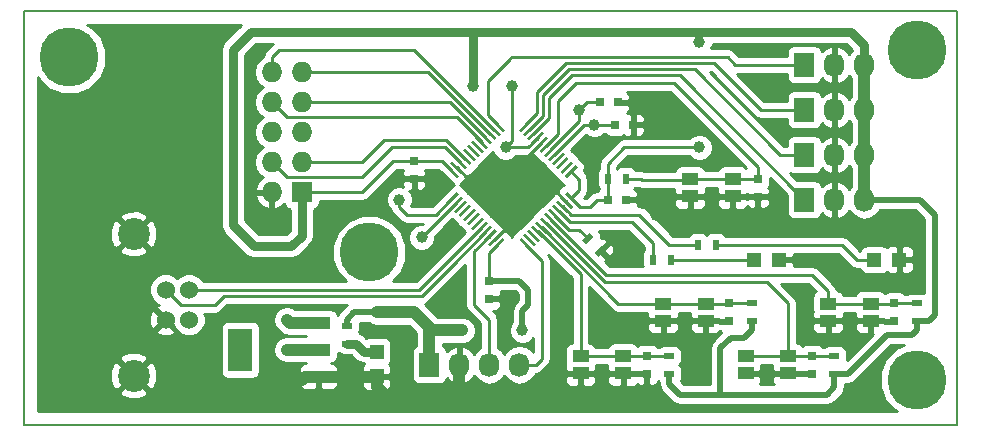
<source format=gbr>
G04 #@! TF.FileFunction,Copper,L1,Top,Signal*
%FSLAX46Y46*%
G04 Gerber Fmt 4.6, Leading zero omitted, Abs format (unit mm)*
G04 Created by KiCad (PCBNEW 4.0.0-rc1-stable) date 01.11.2015 14:42:16*
%MOMM*%
G01*
G04 APERTURE LIST*
%ADD10C,0.100000*%
%ADD11C,0.150000*%
%ADD12R,1.198880X1.198880*%
%ADD13R,1.727200X2.032000*%
%ADD14O,1.727200X2.032000*%
%ADD15R,1.727200X1.727200*%
%ADD16O,1.727200X1.727200*%
%ADD17C,1.524000*%
%ADD18C,2.700020*%
%ADD19R,1.400000X1.050000*%
%ADD20R,2.032000X3.657600*%
%ADD21R,2.032000X1.016000*%
%ADD22R,0.750000X0.800000*%
%ADD23R,0.800000X0.750000*%
%ADD24R,0.500000X0.900000*%
%ADD25R,0.900000X0.500000*%
%ADD26C,5.000000*%
%ADD27C,1.000000*%
%ADD28C,0.900000*%
%ADD29C,0.250000*%
%ADD30C,0.500000*%
%ADD31C,0.750000*%
%ADD32C,1.000000*%
%ADD33C,0.254000*%
G04 APERTURE END LIST*
D10*
D11*
X137420000Y-107950000D02*
X58420000Y-107950000D01*
X137420000Y-72950000D02*
X137420000Y-107950000D01*
X58420000Y-72950000D02*
X137420000Y-72950000D01*
X58420000Y-107950000D02*
X58420000Y-72950000D01*
D10*
G36*
X105086689Y-85950621D02*
X105263466Y-86127398D01*
X104344227Y-87046637D01*
X104167450Y-86869860D01*
X105086689Y-85950621D01*
X105086689Y-85950621D01*
G37*
G36*
X104733136Y-85597068D02*
X104909913Y-85773845D01*
X103990674Y-86693084D01*
X103813897Y-86516307D01*
X104733136Y-85597068D01*
X104733136Y-85597068D01*
G37*
G36*
X104379582Y-85243514D02*
X104556359Y-85420291D01*
X103637120Y-86339530D01*
X103460343Y-86162753D01*
X104379582Y-85243514D01*
X104379582Y-85243514D01*
G37*
G36*
X104026029Y-84889961D02*
X104202806Y-85066738D01*
X103283567Y-85985977D01*
X103106790Y-85809200D01*
X104026029Y-84889961D01*
X104026029Y-84889961D01*
G37*
G36*
X103672476Y-84536408D02*
X103849253Y-84713185D01*
X102930014Y-85632424D01*
X102753237Y-85455647D01*
X103672476Y-84536408D01*
X103672476Y-84536408D01*
G37*
G36*
X103318922Y-84182854D02*
X103495699Y-84359631D01*
X102576460Y-85278870D01*
X102399683Y-85102093D01*
X103318922Y-84182854D01*
X103318922Y-84182854D01*
G37*
G36*
X102965369Y-83829301D02*
X103142146Y-84006078D01*
X102222907Y-84925317D01*
X102046130Y-84748540D01*
X102965369Y-83829301D01*
X102965369Y-83829301D01*
G37*
G36*
X102611815Y-83475747D02*
X102788592Y-83652524D01*
X101869353Y-84571763D01*
X101692576Y-84394986D01*
X102611815Y-83475747D01*
X102611815Y-83475747D01*
G37*
G36*
X102258262Y-83122194D02*
X102435039Y-83298971D01*
X101515800Y-84218210D01*
X101339023Y-84041433D01*
X102258262Y-83122194D01*
X102258262Y-83122194D01*
G37*
G36*
X101904709Y-82768641D02*
X102081486Y-82945418D01*
X101162247Y-83864657D01*
X100985470Y-83687880D01*
X101904709Y-82768641D01*
X101904709Y-82768641D01*
G37*
G36*
X101551155Y-82415087D02*
X101727932Y-82591864D01*
X100808693Y-83511103D01*
X100631916Y-83334326D01*
X101551155Y-82415087D01*
X101551155Y-82415087D01*
G37*
G36*
X101197602Y-82061534D02*
X101374379Y-82238311D01*
X100455140Y-83157550D01*
X100278363Y-82980773D01*
X101197602Y-82061534D01*
X101197602Y-82061534D01*
G37*
G36*
X98015621Y-82238311D02*
X98192398Y-82061534D01*
X99111637Y-82980773D01*
X98934860Y-83157550D01*
X98015621Y-82238311D01*
X98015621Y-82238311D01*
G37*
G36*
X97662068Y-82591864D02*
X97838845Y-82415087D01*
X98758084Y-83334326D01*
X98581307Y-83511103D01*
X97662068Y-82591864D01*
X97662068Y-82591864D01*
G37*
G36*
X97308514Y-82945418D02*
X97485291Y-82768641D01*
X98404530Y-83687880D01*
X98227753Y-83864657D01*
X97308514Y-82945418D01*
X97308514Y-82945418D01*
G37*
G36*
X96954961Y-83298971D02*
X97131738Y-83122194D01*
X98050977Y-84041433D01*
X97874200Y-84218210D01*
X96954961Y-83298971D01*
X96954961Y-83298971D01*
G37*
G36*
X96601408Y-83652524D02*
X96778185Y-83475747D01*
X97697424Y-84394986D01*
X97520647Y-84571763D01*
X96601408Y-83652524D01*
X96601408Y-83652524D01*
G37*
G36*
X96247854Y-84006078D02*
X96424631Y-83829301D01*
X97343870Y-84748540D01*
X97167093Y-84925317D01*
X96247854Y-84006078D01*
X96247854Y-84006078D01*
G37*
G36*
X95894301Y-84359631D02*
X96071078Y-84182854D01*
X96990317Y-85102093D01*
X96813540Y-85278870D01*
X95894301Y-84359631D01*
X95894301Y-84359631D01*
G37*
G36*
X95540747Y-84713185D02*
X95717524Y-84536408D01*
X96636763Y-85455647D01*
X96459986Y-85632424D01*
X95540747Y-84713185D01*
X95540747Y-84713185D01*
G37*
G36*
X95187194Y-85066738D02*
X95363971Y-84889961D01*
X96283210Y-85809200D01*
X96106433Y-85985977D01*
X95187194Y-85066738D01*
X95187194Y-85066738D01*
G37*
G36*
X94833641Y-85420291D02*
X95010418Y-85243514D01*
X95929657Y-86162753D01*
X95752880Y-86339530D01*
X94833641Y-85420291D01*
X94833641Y-85420291D01*
G37*
G36*
X94480087Y-85773845D02*
X94656864Y-85597068D01*
X95576103Y-86516307D01*
X95399326Y-86693084D01*
X94480087Y-85773845D01*
X94480087Y-85773845D01*
G37*
G36*
X94126534Y-86127398D02*
X94303311Y-85950621D01*
X95222550Y-86869860D01*
X95045773Y-87046637D01*
X94126534Y-86127398D01*
X94126534Y-86127398D01*
G37*
G36*
X95045773Y-88213363D02*
X95222550Y-88390140D01*
X94303311Y-89309379D01*
X94126534Y-89132602D01*
X95045773Y-88213363D01*
X95045773Y-88213363D01*
G37*
G36*
X95399326Y-88566916D02*
X95576103Y-88743693D01*
X94656864Y-89662932D01*
X94480087Y-89486155D01*
X95399326Y-88566916D01*
X95399326Y-88566916D01*
G37*
G36*
X95752880Y-88920470D02*
X95929657Y-89097247D01*
X95010418Y-90016486D01*
X94833641Y-89839709D01*
X95752880Y-88920470D01*
X95752880Y-88920470D01*
G37*
G36*
X96106433Y-89274023D02*
X96283210Y-89450800D01*
X95363971Y-90370039D01*
X95187194Y-90193262D01*
X96106433Y-89274023D01*
X96106433Y-89274023D01*
G37*
G36*
X96459986Y-89627576D02*
X96636763Y-89804353D01*
X95717524Y-90723592D01*
X95540747Y-90546815D01*
X96459986Y-89627576D01*
X96459986Y-89627576D01*
G37*
G36*
X96813540Y-89981130D02*
X96990317Y-90157907D01*
X96071078Y-91077146D01*
X95894301Y-90900369D01*
X96813540Y-89981130D01*
X96813540Y-89981130D01*
G37*
G36*
X97167093Y-90334683D02*
X97343870Y-90511460D01*
X96424631Y-91430699D01*
X96247854Y-91253922D01*
X97167093Y-90334683D01*
X97167093Y-90334683D01*
G37*
G36*
X97520647Y-90688237D02*
X97697424Y-90865014D01*
X96778185Y-91784253D01*
X96601408Y-91607476D01*
X97520647Y-90688237D01*
X97520647Y-90688237D01*
G37*
G36*
X97874200Y-91041790D02*
X98050977Y-91218567D01*
X97131738Y-92137806D01*
X96954961Y-91961029D01*
X97874200Y-91041790D01*
X97874200Y-91041790D01*
G37*
G36*
X98227753Y-91395343D02*
X98404530Y-91572120D01*
X97485291Y-92491359D01*
X97308514Y-92314582D01*
X98227753Y-91395343D01*
X98227753Y-91395343D01*
G37*
G36*
X98581307Y-91748897D02*
X98758084Y-91925674D01*
X97838845Y-92844913D01*
X97662068Y-92668136D01*
X98581307Y-91748897D01*
X98581307Y-91748897D01*
G37*
G36*
X98934860Y-92102450D02*
X99111637Y-92279227D01*
X98192398Y-93198466D01*
X98015621Y-93021689D01*
X98934860Y-92102450D01*
X98934860Y-92102450D01*
G37*
G36*
X100278363Y-92279227D02*
X100455140Y-92102450D01*
X101374379Y-93021689D01*
X101197602Y-93198466D01*
X100278363Y-92279227D01*
X100278363Y-92279227D01*
G37*
G36*
X100631916Y-91925674D02*
X100808693Y-91748897D01*
X101727932Y-92668136D01*
X101551155Y-92844913D01*
X100631916Y-91925674D01*
X100631916Y-91925674D01*
G37*
G36*
X100985470Y-91572120D02*
X101162247Y-91395343D01*
X102081486Y-92314582D01*
X101904709Y-92491359D01*
X100985470Y-91572120D01*
X100985470Y-91572120D01*
G37*
G36*
X101339023Y-91218567D02*
X101515800Y-91041790D01*
X102435039Y-91961029D01*
X102258262Y-92137806D01*
X101339023Y-91218567D01*
X101339023Y-91218567D01*
G37*
G36*
X101692576Y-90865014D02*
X101869353Y-90688237D01*
X102788592Y-91607476D01*
X102611815Y-91784253D01*
X101692576Y-90865014D01*
X101692576Y-90865014D01*
G37*
G36*
X102046130Y-90511460D02*
X102222907Y-90334683D01*
X103142146Y-91253922D01*
X102965369Y-91430699D01*
X102046130Y-90511460D01*
X102046130Y-90511460D01*
G37*
G36*
X102399683Y-90157907D02*
X102576460Y-89981130D01*
X103495699Y-90900369D01*
X103318922Y-91077146D01*
X102399683Y-90157907D01*
X102399683Y-90157907D01*
G37*
G36*
X102753237Y-89804353D02*
X102930014Y-89627576D01*
X103849253Y-90546815D01*
X103672476Y-90723592D01*
X102753237Y-89804353D01*
X102753237Y-89804353D01*
G37*
G36*
X103106790Y-89450800D02*
X103283567Y-89274023D01*
X104202806Y-90193262D01*
X104026029Y-90370039D01*
X103106790Y-89450800D01*
X103106790Y-89450800D01*
G37*
G36*
X103460343Y-89097247D02*
X103637120Y-88920470D01*
X104556359Y-89839709D01*
X104379582Y-90016486D01*
X103460343Y-89097247D01*
X103460343Y-89097247D01*
G37*
G36*
X103813897Y-88743693D02*
X103990674Y-88566916D01*
X104909913Y-89486155D01*
X104733136Y-89662932D01*
X103813897Y-88743693D01*
X103813897Y-88743693D01*
G37*
G36*
X104167450Y-88390140D02*
X104344227Y-88213363D01*
X105263466Y-89132602D01*
X105086689Y-89309379D01*
X104167450Y-88390140D01*
X104167450Y-88390140D01*
G37*
D12*
X130395980Y-93980000D03*
X132494020Y-93980000D03*
X120235980Y-93980000D03*
X122334020Y-93980000D03*
D13*
X92710000Y-102870000D03*
D14*
X95250000Y-102870000D03*
X97790000Y-102870000D03*
X100330000Y-102870000D03*
D13*
X124460000Y-88900000D03*
D14*
X127000000Y-88900000D03*
X129540000Y-88900000D03*
D13*
X124460000Y-85090000D03*
D14*
X127000000Y-85090000D03*
X129540000Y-85090000D03*
D13*
X124460000Y-81280000D03*
D14*
X127000000Y-81280000D03*
X129540000Y-81280000D03*
D13*
X124460000Y-77470000D03*
D14*
X127000000Y-77470000D03*
X129540000Y-77470000D03*
D15*
X81915000Y-88265000D03*
D16*
X79375000Y-88265000D03*
X81915000Y-85725000D03*
X79375000Y-85725000D03*
X81915000Y-83185000D03*
X79375000Y-83185000D03*
X81915000Y-80645000D03*
X79375000Y-80645000D03*
X81915000Y-78105000D03*
X79375000Y-78105000D03*
D17*
X72380000Y-96520000D03*
X72380000Y-99060000D03*
X70381020Y-99060000D03*
X70381020Y-96520000D03*
D18*
X67681000Y-91790520D03*
X67681000Y-103789480D03*
D19*
X118386000Y-87159000D03*
X114786000Y-87159000D03*
X118386000Y-88609000D03*
X114786000Y-88609000D03*
X130070000Y-97700000D03*
X126470000Y-97700000D03*
X130070000Y-99150000D03*
X126470000Y-99150000D03*
X123085000Y-102145000D03*
X119485000Y-102145000D03*
X123085000Y-103595000D03*
X119485000Y-103595000D03*
X116100000Y-97700000D03*
X112500000Y-97700000D03*
X116100000Y-99150000D03*
X112500000Y-99150000D03*
X109115000Y-102145000D03*
X105515000Y-102145000D03*
X109115000Y-103595000D03*
X105515000Y-103595000D03*
D20*
X76708000Y-101600000D03*
D21*
X83312000Y-101600000D03*
X83312000Y-99314000D03*
X83312000Y-103886000D03*
D12*
X88265000Y-101750980D03*
X88265000Y-103849020D03*
D22*
X97790000Y-95770000D03*
X97790000Y-97270000D03*
D23*
X107835000Y-88900000D03*
X109335000Y-88900000D03*
X108470000Y-82550000D03*
X109970000Y-82550000D03*
X107200000Y-80645000D03*
X108700000Y-80645000D03*
D22*
X120523000Y-87134000D03*
X120523000Y-88634000D03*
X91440000Y-85610000D03*
X91440000Y-87110000D03*
X132080000Y-97675000D03*
X132080000Y-99175000D03*
X125095000Y-102120000D03*
X125095000Y-103620000D03*
X118110000Y-97675000D03*
X118110000Y-99175000D03*
X111125000Y-102120000D03*
X111125000Y-103620000D03*
D24*
X109335000Y-87122000D03*
X107835000Y-87122000D03*
D10*
G36*
X107705305Y-93098909D02*
X107068909Y-93735305D01*
X106715355Y-93381751D01*
X107351751Y-92745355D01*
X107705305Y-93098909D01*
X107705305Y-93098909D01*
G37*
G36*
X106644645Y-92038249D02*
X106008249Y-92674645D01*
X105654695Y-92321091D01*
X106291091Y-91684695D01*
X106644645Y-92038249D01*
X106644645Y-92038249D01*
G37*
D25*
X133985000Y-97675000D03*
X133985000Y-99175000D03*
D24*
X113145000Y-93980000D03*
X111645000Y-93980000D03*
X116955000Y-92710000D03*
X115455000Y-92710000D03*
D25*
X127000000Y-102120000D03*
X127000000Y-103620000D03*
X120015000Y-97675000D03*
X120015000Y-99175000D03*
X113030000Y-102120000D03*
X113030000Y-103620000D03*
X85725000Y-99580000D03*
X85725000Y-101080000D03*
D26*
X62230000Y-76835000D03*
X133985000Y-76200000D03*
X133985000Y-104140000D03*
X87630000Y-93345000D03*
D27*
X99187000Y-84455000D03*
X115570000Y-75565000D03*
X115570000Y-84455000D03*
X99695000Y-79248000D03*
X96393000Y-79248000D03*
X95504000Y-99949000D03*
X100584000Y-99949000D03*
D28*
X88265000Y-98425000D03*
D27*
X97420000Y-86950000D03*
X120420000Y-90950000D03*
X92075000Y-88900000D03*
X111887000Y-82550000D03*
X111887000Y-90170000D03*
X99695000Y-97155000D03*
X102489000Y-88138000D03*
X99314000Y-90424000D03*
X121285000Y-103505000D03*
X128270000Y-99060000D03*
X114300000Y-99060000D03*
X107315000Y-103505000D03*
X123825000Y-93980000D03*
X133985000Y-93980000D03*
X109220000Y-93980000D03*
D28*
X80645000Y-104140000D03*
D27*
X100965000Y-85725000D03*
X106680000Y-82550000D03*
X105410000Y-81280000D03*
D28*
X80645000Y-99060000D03*
X80645000Y-101600000D03*
D27*
X90170000Y-88900000D03*
X92075000Y-92075000D03*
D29*
X101887031Y-83670202D02*
X101102233Y-84455000D01*
X101102233Y-84455000D02*
X99187000Y-84455000D01*
X107835000Y-87122000D02*
X107835000Y-85840000D01*
X115570000Y-75565000D02*
X115570000Y-74676000D01*
X109220000Y-84455000D02*
X115570000Y-84455000D01*
X107835000Y-85840000D02*
X109220000Y-84455000D01*
X115570000Y-74676000D02*
X115570000Y-74930000D01*
X115570000Y-74930000D02*
X115570000Y-74676000D01*
X91440000Y-85610000D02*
X89650000Y-85610000D01*
X86995000Y-88265000D02*
X81915000Y-88265000D01*
X89650000Y-85610000D02*
X86995000Y-88265000D01*
D30*
X133985000Y-99949000D02*
X133604000Y-100330000D01*
X133985000Y-99175000D02*
X133985000Y-99949000D01*
X128155000Y-103620000D02*
X127000000Y-103620000D01*
X131445000Y-100330000D02*
X128155000Y-103620000D01*
X133604000Y-100330000D02*
X131445000Y-100330000D01*
D31*
X96393000Y-74676000D02*
X96393000Y-79248000D01*
D29*
X99695000Y-83947000D02*
X99695000Y-79248000D01*
X99695000Y-83947000D02*
X99187000Y-84455000D01*
D31*
X96393000Y-74676000D02*
X96393000Y-74803000D01*
X96393000Y-74803000D02*
X96393000Y-74676000D01*
D30*
X129540000Y-88900000D02*
X134239000Y-88900000D01*
X135013000Y-99175000D02*
X133985000Y-99175000D01*
X135509000Y-98679000D02*
X135013000Y-99175000D01*
X135509000Y-90170000D02*
X135509000Y-98679000D01*
X134239000Y-88900000D02*
X135509000Y-90170000D01*
X97790000Y-95770000D02*
X100342000Y-95770000D01*
D32*
X95504000Y-99949000D02*
X92710000Y-99949000D01*
D30*
X100584000Y-98298000D02*
X100584000Y-99949000D01*
X101092000Y-97790000D02*
X100584000Y-98298000D01*
X101092000Y-96520000D02*
X101092000Y-97790000D01*
X100342000Y-95770000D02*
X101092000Y-96520000D01*
D31*
X129540000Y-77470000D02*
X129540000Y-75819000D01*
X128397000Y-74676000D02*
X115570000Y-74676000D01*
X129540000Y-75819000D02*
X128397000Y-74676000D01*
X115570000Y-74676000D02*
X96393000Y-74676000D01*
X96393000Y-74676000D02*
X77597000Y-74676000D01*
X81026000Y-92837000D02*
X81915000Y-91948000D01*
X77851000Y-92837000D02*
X81026000Y-92837000D01*
X76073000Y-91059000D02*
X77851000Y-92837000D01*
X76073000Y-76200000D02*
X76073000Y-91059000D01*
X77597000Y-74676000D02*
X76073000Y-76200000D01*
X81915000Y-91948000D02*
X81915000Y-88265000D01*
D30*
X120015000Y-99175000D02*
X120015000Y-99949000D01*
X117348000Y-101473000D02*
X117348000Y-105410000D01*
X118237000Y-100584000D02*
X117348000Y-101473000D01*
X119380000Y-100584000D02*
X118237000Y-100584000D01*
X120015000Y-99949000D02*
X119380000Y-100584000D01*
X127000000Y-103620000D02*
X127000000Y-104775000D01*
X127000000Y-104775000D02*
X126365000Y-105410000D01*
X126365000Y-105410000D02*
X117348000Y-105410000D01*
X113030000Y-104521000D02*
X113030000Y-103620000D01*
X113919000Y-105410000D02*
X113030000Y-104521000D01*
X117348000Y-105410000D02*
X113919000Y-105410000D01*
D29*
X99187000Y-84455000D02*
X99187000Y-84582000D01*
X104715458Y-88761371D02*
X105410000Y-88066829D01*
X105410000Y-87193171D02*
X104715458Y-86498629D01*
X105410000Y-88066829D02*
X105410000Y-87193171D01*
X94674542Y-86498629D02*
X93785913Y-85610000D01*
X93785913Y-85610000D02*
X91440000Y-85610000D01*
D32*
X129540000Y-77470000D02*
X129540000Y-81280000D01*
X129540000Y-81280000D02*
X129540000Y-85090000D01*
X129540000Y-85090000D02*
X129540000Y-88900000D01*
D29*
X107835000Y-88900000D02*
X107835000Y-87122000D01*
X107835000Y-88900000D02*
X106934000Y-88900000D01*
X105489087Y-89535000D02*
X104715458Y-88761371D01*
X106299000Y-89535000D02*
X105489087Y-89535000D01*
X106934000Y-88900000D02*
X106299000Y-89535000D01*
X97790000Y-95770000D02*
X97790000Y-93424087D01*
X97790000Y-93424087D02*
X98563629Y-92650458D01*
D32*
X88265000Y-98425000D02*
X91440000Y-98425000D01*
X91440000Y-98425000D02*
X92710000Y-99695000D01*
X92710000Y-99695000D02*
X92710000Y-99949000D01*
X92710000Y-99949000D02*
X92710000Y-102870000D01*
D30*
X85725000Y-99580000D02*
X85725000Y-99060000D01*
X86360000Y-98425000D02*
X88265000Y-98425000D01*
X85725000Y-99060000D02*
X86360000Y-98425000D01*
D29*
X95028095Y-86145076D02*
X95833019Y-86950000D01*
X95833019Y-86950000D02*
X97420000Y-86950000D01*
X120523000Y-88634000D02*
X120523000Y-90847000D01*
X120523000Y-90847000D02*
X120420000Y-90950000D01*
X91440000Y-87110000D02*
X91440000Y-88265000D01*
X91440000Y-88265000D02*
X92075000Y-88900000D01*
X120523000Y-88634000D02*
X118411000Y-88634000D01*
X118411000Y-88634000D02*
X118386000Y-88609000D01*
X118386000Y-88609000D02*
X114786000Y-88609000D01*
X109970000Y-82550000D02*
X111887000Y-82550000D01*
X108700000Y-80645000D02*
X109474000Y-80645000D01*
X109970000Y-81141000D02*
X109970000Y-82550000D01*
X109474000Y-80645000D02*
X109970000Y-81141000D01*
X109335000Y-88900000D02*
X110617000Y-88900000D01*
X110617000Y-88900000D02*
X111887000Y-90170000D01*
X102240584Y-84023755D02*
X100965000Y-85299339D01*
X100965000Y-85299339D02*
X100965000Y-85725000D01*
X97790000Y-97270000D02*
X99580000Y-97270000D01*
X99580000Y-97270000D02*
X99695000Y-97155000D01*
X104361905Y-89114924D02*
X103384981Y-88138000D01*
X103384981Y-88138000D02*
X102489000Y-88138000D01*
X98210076Y-92296905D02*
X99314000Y-91192981D01*
X99314000Y-91192981D02*
X99314000Y-90424000D01*
X123085000Y-103595000D02*
X121375000Y-103595000D01*
X121195000Y-103595000D02*
X121285000Y-103505000D01*
X121195000Y-103595000D02*
X119485000Y-103595000D01*
X121375000Y-103595000D02*
X121285000Y-103505000D01*
X128270000Y-99060000D02*
X128360000Y-99150000D01*
X128180000Y-99150000D02*
X128270000Y-99060000D01*
X126470000Y-99150000D02*
X128180000Y-99150000D01*
X128360000Y-99150000D02*
X130070000Y-99150000D01*
X116100000Y-99150000D02*
X114390000Y-99150000D01*
X114210000Y-99150000D02*
X114300000Y-99060000D01*
X114210000Y-99150000D02*
X112500000Y-99150000D01*
X114390000Y-99150000D02*
X114300000Y-99060000D01*
X130070000Y-99150000D02*
X132055000Y-99150000D01*
X132055000Y-99150000D02*
X132080000Y-99175000D01*
X123085000Y-103595000D02*
X125070000Y-103595000D01*
X125070000Y-103595000D02*
X125095000Y-103620000D01*
X118110000Y-99175000D02*
X116125000Y-99175000D01*
X116125000Y-99175000D02*
X116100000Y-99150000D01*
X109115000Y-103595000D02*
X111100000Y-103595000D01*
X111100000Y-103595000D02*
X111125000Y-103620000D01*
X109115000Y-103595000D02*
X107405000Y-103595000D01*
X107225000Y-103595000D02*
X107315000Y-103505000D01*
X107225000Y-103595000D02*
X105515000Y-103595000D01*
X107405000Y-103595000D02*
X107315000Y-103505000D01*
X122334020Y-93980000D02*
X123825000Y-93980000D01*
X132494020Y-93980000D02*
X133985000Y-93980000D01*
X107210330Y-93240330D02*
X107950000Y-93980000D01*
X107950000Y-93980000D02*
X109220000Y-93980000D01*
X111125000Y-103620000D02*
X111100000Y-103595000D01*
X109140000Y-103620000D02*
X109115000Y-103595000D01*
D32*
X88265000Y-103849020D02*
X88265000Y-104775000D01*
X95250000Y-105410000D02*
X95250000Y-102870000D01*
X94615000Y-106045000D02*
X95250000Y-105410000D01*
X89535000Y-106045000D02*
X94615000Y-106045000D01*
X88265000Y-104775000D02*
X89535000Y-106045000D01*
X83312000Y-103886000D02*
X88228020Y-103886000D01*
X88228020Y-103886000D02*
X88265000Y-103849020D01*
X82169000Y-103886000D02*
X83312000Y-103886000D01*
X81915000Y-104140000D02*
X82169000Y-103886000D01*
X80645000Y-104140000D02*
X81915000Y-104140000D01*
D29*
X108470000Y-82550000D02*
X106680000Y-82550000D01*
X105835661Y-82550000D02*
X106680000Y-82550000D01*
X105835661Y-82550000D02*
X103301245Y-85084416D01*
X107200000Y-80645000D02*
X106045000Y-80645000D01*
X106045000Y-80645000D02*
X105410000Y-81280000D01*
X102947691Y-84730862D02*
X105410000Y-82268553D01*
X105410000Y-82268553D02*
X105410000Y-81280000D01*
D32*
X80899000Y-99314000D02*
X83312000Y-99314000D01*
X80645000Y-99060000D02*
X80899000Y-99314000D01*
D29*
X126470000Y-97700000D02*
X130070000Y-97700000D01*
X132080000Y-97675000D02*
X133985000Y-97675000D01*
X130070000Y-97700000D02*
X132055000Y-97700000D01*
X132055000Y-97700000D02*
X132080000Y-97675000D01*
X102947691Y-90529138D02*
X107668553Y-95250000D01*
X126470000Y-96625000D02*
X126470000Y-97700000D01*
X125095000Y-95250000D02*
X126470000Y-96625000D01*
X107668553Y-95250000D02*
X125095000Y-95250000D01*
X119485000Y-102145000D02*
X123085000Y-102145000D01*
X127000000Y-102120000D02*
X125845000Y-102120000D01*
X125845000Y-102120000D02*
X125095000Y-102120000D01*
X123085000Y-102145000D02*
X125070000Y-102145000D01*
X125070000Y-102145000D02*
X125095000Y-102120000D01*
X102594138Y-90882691D02*
X107596447Y-95885000D01*
X123085000Y-97685000D02*
X123085000Y-102145000D01*
X121285000Y-95885000D02*
X123085000Y-97685000D01*
X107596447Y-95885000D02*
X121285000Y-95885000D01*
X112500000Y-97700000D02*
X116100000Y-97700000D01*
X116100000Y-97700000D02*
X118085000Y-97700000D01*
X118085000Y-97700000D02*
X118110000Y-97675000D01*
X120015000Y-97675000D02*
X118110000Y-97675000D01*
X102240584Y-91236245D02*
X108704339Y-97700000D01*
X108704339Y-97700000D02*
X112500000Y-97700000D01*
X105515000Y-102145000D02*
X109115000Y-102145000D01*
X113030000Y-102120000D02*
X111125000Y-102120000D01*
X109115000Y-102145000D02*
X111100000Y-102145000D01*
X111100000Y-102145000D02*
X111125000Y-102120000D01*
X101887031Y-91589798D02*
X105515000Y-95217767D01*
X105515000Y-95217767D02*
X105515000Y-100330000D01*
X105515000Y-100330000D02*
X105515000Y-102145000D01*
X116955000Y-92710000D02*
X127635000Y-92710000D01*
X128905000Y-93980000D02*
X130395980Y-93980000D01*
X127635000Y-92710000D02*
X128905000Y-93980000D01*
X113145000Y-93980000D02*
X120235980Y-93980000D01*
D32*
X83312000Y-101600000D02*
X80645000Y-101600000D01*
D29*
X97856522Y-91943351D02*
X96520000Y-93279873D01*
X97790000Y-99060000D02*
X97790000Y-102870000D01*
X96520000Y-97790000D02*
X97790000Y-99060000D01*
X96520000Y-93279873D02*
X96520000Y-97790000D01*
X102235000Y-99790000D02*
X102235000Y-102362000D01*
X102235000Y-94059087D02*
X102235000Y-99790000D01*
X100826371Y-92650458D02*
X102235000Y-94059087D01*
X101727000Y-102870000D02*
X100330000Y-102870000D01*
X102235000Y-102362000D02*
X101727000Y-102870000D01*
X81915000Y-85725000D02*
X86995000Y-85725000D01*
X94117233Y-83820000D02*
X95735202Y-85437969D01*
X88900000Y-83820000D02*
X94117233Y-83820000D01*
X86995000Y-85725000D02*
X88900000Y-83820000D01*
X93265913Y-90170000D02*
X94674542Y-88761371D01*
X90805000Y-90170000D02*
X93265913Y-90170000D01*
X90170000Y-89535000D02*
X90805000Y-90170000D01*
X90170000Y-88900000D02*
X90170000Y-89535000D01*
X95028095Y-89114924D02*
X93338019Y-90805000D01*
X93338019Y-90811981D02*
X93338019Y-90805000D01*
X92075000Y-92075000D02*
X93338019Y-90811981D01*
X81915000Y-80645000D02*
X94477767Y-80645000D01*
X94477767Y-80645000D02*
X97502969Y-83670202D01*
X97856522Y-83316649D02*
X92644873Y-78105000D01*
X92644873Y-78105000D02*
X92075000Y-78105000D01*
X81915000Y-78105000D02*
X92075000Y-78105000D01*
X79375000Y-78105000D02*
X79375000Y-76835000D01*
X91446981Y-76200000D02*
X98210076Y-82963095D01*
X80010000Y-76200000D02*
X91446981Y-76200000D01*
X79375000Y-76835000D02*
X80010000Y-76200000D01*
X72380000Y-96520000D02*
X91865661Y-96520000D01*
X91865661Y-96520000D02*
X97149416Y-91236245D01*
X70381020Y-96520000D02*
X71651020Y-97790000D01*
X94615000Y-94477767D02*
X97502969Y-91589798D01*
X92064767Y-97028000D02*
X94615000Y-94477767D01*
X75311000Y-97028000D02*
X92064767Y-97028000D01*
X74549000Y-97790000D02*
X75311000Y-97028000D01*
X71651020Y-97790000D02*
X74549000Y-97790000D01*
X106149670Y-92179670D02*
X105410000Y-91440000D01*
X104565661Y-91440000D02*
X103301245Y-90175584D01*
X105410000Y-91440000D02*
X104565661Y-91440000D01*
X103654798Y-89822031D02*
X104637767Y-90805000D01*
X111645000Y-92595000D02*
X111645000Y-93980000D01*
X109855000Y-90805000D02*
X111645000Y-92595000D01*
X104637767Y-90805000D02*
X109855000Y-90805000D01*
X104008351Y-89468478D02*
X104709873Y-90170000D01*
X113030000Y-92710000D02*
X115455000Y-92710000D01*
X110490000Y-90170000D02*
X113030000Y-92710000D01*
X104709873Y-90170000D02*
X110490000Y-90170000D01*
X109855000Y-78994000D02*
X113411000Y-78994000D01*
X102594138Y-84377309D02*
X103632000Y-83339447D01*
X105156000Y-78994000D02*
X109855000Y-78994000D01*
X103632000Y-80518000D02*
X105156000Y-78994000D01*
X103632000Y-83339447D02*
X103632000Y-80518000D01*
X120523000Y-86106000D02*
X120523000Y-87134000D01*
X113411000Y-78994000D02*
X120523000Y-86106000D01*
X114786000Y-87159000D02*
X114696000Y-87249000D01*
X114696000Y-87249000D02*
X113538000Y-87249000D01*
X113538000Y-87249000D02*
X110744000Y-87249000D01*
X110617000Y-87122000D02*
X109335000Y-87122000D01*
X110744000Y-87249000D02*
X110617000Y-87122000D01*
X114786000Y-87159000D02*
X118386000Y-87159000D01*
X118386000Y-87159000D02*
X118411000Y-87134000D01*
X118411000Y-87134000D02*
X120523000Y-87134000D01*
X104775000Y-78359000D02*
X113919000Y-78359000D01*
X102870000Y-81980127D02*
X102870000Y-80264000D01*
X102870000Y-80264000D02*
X104775000Y-78359000D01*
X101533478Y-83316649D02*
X102870000Y-81980127D01*
X113919000Y-78359000D02*
X124460000Y-88900000D01*
X104521000Y-77851000D02*
X115189000Y-77851000D01*
X102362000Y-81781019D02*
X102362000Y-80010000D01*
X102362000Y-80010000D02*
X104521000Y-77851000D01*
X101179924Y-82963095D02*
X102362000Y-81781019D01*
X122428000Y-85090000D02*
X124460000Y-85090000D01*
X115189000Y-77851000D02*
X122428000Y-85090000D01*
X104267000Y-77343000D02*
X116840000Y-77343000D01*
X101854000Y-81581913D02*
X101854000Y-79756000D01*
X101854000Y-79756000D02*
X104267000Y-77343000D01*
X100826371Y-82609542D02*
X101854000Y-81581913D01*
X120777000Y-81280000D02*
X124460000Y-81280000D01*
X116840000Y-77343000D02*
X120777000Y-81280000D01*
X99683996Y-76835000D02*
X117983000Y-76835000D01*
X97663000Y-81708913D02*
X97663000Y-78867000D01*
X97663000Y-78867000D02*
X99510002Y-77019998D01*
X99510002Y-77019998D02*
X99498998Y-77019998D01*
X99498998Y-77019998D02*
X99683996Y-76835000D01*
X98563629Y-82609542D02*
X97663000Y-81708913D01*
X118618000Y-77470000D02*
X124460000Y-77470000D01*
X117983000Y-76835000D02*
X118618000Y-77470000D01*
X79375000Y-80645000D02*
X80645000Y-81915000D01*
X95040661Y-81915000D02*
X97149416Y-84023755D01*
X80645000Y-81915000D02*
X95040661Y-81915000D01*
X79375000Y-85725000D02*
X80645000Y-86995000D01*
X94045127Y-84455000D02*
X95381649Y-85791522D01*
X89535000Y-84455000D02*
X94045127Y-84455000D01*
X86995000Y-86995000D02*
X89535000Y-84455000D01*
X80645000Y-86995000D02*
X86995000Y-86995000D01*
D31*
X85725000Y-101080000D02*
X86475000Y-101080000D01*
X87145980Y-101750980D02*
X88265000Y-101750980D01*
X86475000Y-101080000D02*
X87145980Y-101750980D01*
D33*
G36*
X75364479Y-75491479D02*
X75147273Y-75816551D01*
X75071000Y-76200000D01*
X75071000Y-91059000D01*
X75147273Y-91442449D01*
X75289678Y-91655573D01*
X75364479Y-91767521D01*
X77142479Y-93545521D01*
X77467551Y-93762727D01*
X77851000Y-93839000D01*
X81026000Y-93839000D01*
X81409449Y-93762727D01*
X81734521Y-93545521D01*
X82623521Y-92656521D01*
X82627572Y-92650458D01*
X82840727Y-92331449D01*
X82917000Y-91948000D01*
X82917000Y-89741841D01*
X83010952Y-89724163D01*
X83224353Y-89586843D01*
X83367517Y-89377317D01*
X83417883Y-89128600D01*
X83417883Y-89017000D01*
X86995000Y-89017000D01*
X87282778Y-88959757D01*
X87526744Y-88796744D01*
X89961488Y-86362000D01*
X90521828Y-86362000D01*
X90430000Y-86583691D01*
X90430000Y-86824250D01*
X90588750Y-86983000D01*
X91313000Y-86983000D01*
X91313000Y-86963000D01*
X91567000Y-86963000D01*
X91567000Y-86983000D01*
X92291250Y-86983000D01*
X92450000Y-86824250D01*
X92450000Y-86583691D01*
X92358172Y-86362000D01*
X93474425Y-86362000D01*
X93640288Y-86527863D01*
X93674493Y-86579439D01*
X94593732Y-87498678D01*
X94788794Y-87631958D01*
X94593732Y-87761322D01*
X93674493Y-88680561D01*
X93637019Y-88735406D01*
X92954425Y-89418000D01*
X91175205Y-89418000D01*
X91296804Y-89125158D01*
X91297195Y-88676809D01*
X91125981Y-88262440D01*
X91008746Y-88145000D01*
X91154250Y-88145000D01*
X91313000Y-87986250D01*
X91313000Y-87237000D01*
X91567000Y-87237000D01*
X91567000Y-87986250D01*
X91725750Y-88145000D01*
X91941310Y-88145000D01*
X92174699Y-88048327D01*
X92353327Y-87869698D01*
X92450000Y-87636309D01*
X92450000Y-87395750D01*
X92291250Y-87237000D01*
X91567000Y-87237000D01*
X91313000Y-87237000D01*
X90588750Y-87237000D01*
X90430000Y-87395750D01*
X90430000Y-87636309D01*
X90505716Y-87819104D01*
X90395158Y-87773196D01*
X89946809Y-87772805D01*
X89532440Y-87944019D01*
X89215133Y-88260772D01*
X89043196Y-88674842D01*
X89042805Y-89123191D01*
X89214019Y-89537560D01*
X89469396Y-89793384D01*
X89475243Y-89822778D01*
X89638256Y-90066744D01*
X90273256Y-90701745D01*
X90401407Y-90787372D01*
X90517222Y-90864757D01*
X90805000Y-90922000D01*
X92164512Y-90922000D01*
X92138457Y-90948055D01*
X91851809Y-90947805D01*
X91437440Y-91119019D01*
X91120133Y-91435772D01*
X90948196Y-91849842D01*
X90947805Y-92298191D01*
X91119019Y-92712560D01*
X91435772Y-93029867D01*
X91849842Y-93201804D01*
X92298191Y-93202195D01*
X92712560Y-93030981D01*
X93029867Y-92714228D01*
X93201804Y-92300158D01*
X93202056Y-92011433D01*
X93869764Y-91343725D01*
X93883823Y-91322684D01*
X94665076Y-90541431D01*
X94667252Y-90542918D01*
X94735153Y-90645303D01*
X94911930Y-90822080D01*
X95020805Y-90896471D01*
X95088706Y-90998856D01*
X95265483Y-91175633D01*
X95374359Y-91250025D01*
X95442260Y-91352410D01*
X95619037Y-91529187D01*
X95722377Y-91599796D01*
X91554173Y-95768000D01*
X89628878Y-95768000D01*
X90279396Y-95118616D01*
X90756456Y-93969728D01*
X90757542Y-92725730D01*
X90282488Y-91576011D01*
X89403616Y-90695604D01*
X88254728Y-90218544D01*
X87010730Y-90217458D01*
X85861011Y-90692512D01*
X84980604Y-91571384D01*
X84503544Y-92720272D01*
X84502458Y-93964270D01*
X84977512Y-95113989D01*
X85630383Y-95768000D01*
X73572179Y-95768000D01*
X73558223Y-95734223D01*
X73167833Y-95343150D01*
X72657501Y-95131242D01*
X72104923Y-95130760D01*
X71594223Y-95341777D01*
X71380480Y-95555147D01*
X71168853Y-95343150D01*
X70658521Y-95131242D01*
X70105943Y-95130760D01*
X69595243Y-95341777D01*
X69204170Y-95732167D01*
X68992262Y-96242499D01*
X68991780Y-96795077D01*
X69202797Y-97305777D01*
X69593187Y-97696850D01*
X69791192Y-97779069D01*
X69649877Y-97837603D01*
X69580412Y-98079787D01*
X70381020Y-98880395D01*
X70395163Y-98866253D01*
X70574768Y-99045858D01*
X70560625Y-99060000D01*
X71099942Y-99599317D01*
X71201777Y-99845777D01*
X71592167Y-100236850D01*
X72102499Y-100448758D01*
X72655077Y-100449240D01*
X73165777Y-100238223D01*
X73556850Y-99847833D01*
X73588670Y-99771200D01*
X75052717Y-99771200D01*
X75052717Y-103428800D01*
X75096437Y-103661152D01*
X75233757Y-103874553D01*
X75443283Y-104017717D01*
X75692000Y-104068083D01*
X77724000Y-104068083D01*
X77956352Y-104024363D01*
X78169753Y-103887043D01*
X78312917Y-103677517D01*
X78363283Y-103428800D01*
X78363283Y-99771200D01*
X78319563Y-99538848D01*
X78182243Y-99325447D01*
X77972717Y-99182283D01*
X77724000Y-99131917D01*
X75692000Y-99131917D01*
X75459648Y-99175637D01*
X75246247Y-99312957D01*
X75103083Y-99522483D01*
X75052717Y-99771200D01*
X73588670Y-99771200D01*
X73768758Y-99337501D01*
X73769240Y-98784923D01*
X73668866Y-98542000D01*
X74549000Y-98542000D01*
X74836778Y-98484757D01*
X75080744Y-98321744D01*
X75622488Y-97780000D01*
X85777083Y-97780000D01*
X85739867Y-97804867D01*
X85739865Y-97804870D01*
X85104867Y-98439867D01*
X84943759Y-98680983D01*
X84923563Y-98573648D01*
X84786243Y-98360247D01*
X84576717Y-98217083D01*
X84328000Y-98166717D01*
X82296000Y-98166717D01*
X82188205Y-98187000D01*
X81328031Y-98187000D01*
X81076284Y-98018788D01*
X80645000Y-97933000D01*
X80213716Y-98018788D01*
X79848091Y-98263091D01*
X79603788Y-98628716D01*
X79518000Y-99060000D01*
X79603788Y-99491284D01*
X79848091Y-99856909D01*
X80102090Y-100110909D01*
X80429984Y-100330000D01*
X80467716Y-100355212D01*
X80899000Y-100441000D01*
X82195839Y-100441000D01*
X82274073Y-100456843D01*
X82188205Y-100473000D01*
X80645000Y-100473000D01*
X80213716Y-100558788D01*
X79848091Y-100803091D01*
X79603788Y-101168716D01*
X79518000Y-101600000D01*
X79603788Y-102031284D01*
X79848091Y-102396909D01*
X80213716Y-102641212D01*
X80645000Y-102727000D01*
X82195839Y-102727000D01*
X82274850Y-102743000D01*
X82169690Y-102743000D01*
X81936301Y-102839673D01*
X81757673Y-103018302D01*
X81661000Y-103251691D01*
X81661000Y-103600250D01*
X81819750Y-103759000D01*
X83185000Y-103759000D01*
X83185000Y-103739000D01*
X83439000Y-103739000D01*
X83439000Y-103759000D01*
X84804250Y-103759000D01*
X84963000Y-103600250D01*
X84963000Y-103251691D01*
X84866327Y-103018302D01*
X84687699Y-102839673D01*
X84454310Y-102743000D01*
X84350762Y-102743000D01*
X84560352Y-102703563D01*
X84773753Y-102566243D01*
X84916917Y-102356717D01*
X84967283Y-102108000D01*
X84967283Y-101878604D01*
X85026283Y-101918917D01*
X85275000Y-101969283D01*
X85287009Y-101969283D01*
X85341551Y-102005727D01*
X85725000Y-102082000D01*
X86059958Y-102082000D01*
X86437459Y-102459501D01*
X86762531Y-102676707D01*
X87145980Y-102752980D01*
X87179523Y-102752980D01*
X87207317Y-102796173D01*
X87215411Y-102801703D01*
X87127233Y-102889882D01*
X87030560Y-103123271D01*
X87030560Y-103563270D01*
X87189310Y-103722020D01*
X88138000Y-103722020D01*
X88138000Y-103702020D01*
X88392000Y-103702020D01*
X88392000Y-103722020D01*
X89340690Y-103722020D01*
X89499440Y-103563270D01*
X89499440Y-103123271D01*
X89402767Y-102889882D01*
X89314802Y-102801917D01*
X89453357Y-102599137D01*
X89503723Y-102350420D01*
X89503723Y-101151540D01*
X89460003Y-100919188D01*
X89322683Y-100705787D01*
X89113157Y-100562623D01*
X88864440Y-100512257D01*
X87665560Y-100512257D01*
X87433208Y-100555977D01*
X87393543Y-100581501D01*
X87183521Y-100371479D01*
X87053518Y-100284614D01*
X86858449Y-100154273D01*
X86729779Y-100128679D01*
X86763917Y-100078717D01*
X86814283Y-99830000D01*
X86814283Y-99330000D01*
X86809014Y-99302000D01*
X87587956Y-99302000D01*
X87833716Y-99466212D01*
X88265000Y-99552000D01*
X90973182Y-99552000D01*
X91583000Y-100161819D01*
X91583000Y-101278416D01*
X91400647Y-101395757D01*
X91257483Y-101605283D01*
X91207117Y-101854000D01*
X91207117Y-103886000D01*
X91250837Y-104118352D01*
X91388157Y-104331753D01*
X91597683Y-104474917D01*
X91846400Y-104525283D01*
X93573600Y-104525283D01*
X93805952Y-104481563D01*
X94019353Y-104344243D01*
X94162517Y-104134717D01*
X94182582Y-104035630D01*
X94347964Y-104220732D01*
X94875209Y-104474709D01*
X94890974Y-104477358D01*
X95123000Y-104356217D01*
X95123000Y-102997000D01*
X95103000Y-102997000D01*
X95103000Y-102743000D01*
X95123000Y-102743000D01*
X95123000Y-101383783D01*
X94890974Y-101262642D01*
X94875209Y-101265291D01*
X94347964Y-101519268D01*
X94184355Y-101702386D01*
X94169163Y-101621648D01*
X94031843Y-101408247D01*
X93837000Y-101275116D01*
X93837000Y-101076000D01*
X95503590Y-101076000D01*
X95727191Y-101076195D01*
X96141560Y-100904981D01*
X96458867Y-100588228D01*
X96630804Y-100174158D01*
X96631195Y-99725809D01*
X96459981Y-99311440D01*
X96143228Y-98994133D01*
X95729158Y-98822196D01*
X95280809Y-98821805D01*
X95280337Y-98822000D01*
X93430819Y-98822000D01*
X92335054Y-97726236D01*
X92352545Y-97722757D01*
X92596511Y-97559744D01*
X95768000Y-94388255D01*
X95768000Y-97790000D01*
X95825243Y-98077778D01*
X95988256Y-98321744D01*
X97038000Y-99371488D01*
X97038000Y-101429600D01*
X96735987Y-101631399D01*
X96528998Y-101941179D01*
X96152036Y-101519268D01*
X95624791Y-101265291D01*
X95609026Y-101262642D01*
X95377000Y-101383783D01*
X95377000Y-102743000D01*
X95397000Y-102743000D01*
X95397000Y-102997000D01*
X95377000Y-102997000D01*
X95377000Y-104356217D01*
X95609026Y-104477358D01*
X95624791Y-104474709D01*
X96152036Y-104220732D01*
X96528998Y-103798821D01*
X96735987Y-104108601D01*
X97219572Y-104431723D01*
X97790000Y-104545188D01*
X98360428Y-104431723D01*
X98844013Y-104108601D01*
X99060000Y-103785354D01*
X99275987Y-104108601D01*
X99759572Y-104431723D01*
X100330000Y-104545188D01*
X100900428Y-104431723D01*
X101384013Y-104108601D01*
X101536258Y-103880750D01*
X104180000Y-103880750D01*
X104180000Y-104246310D01*
X104276673Y-104479699D01*
X104455302Y-104658327D01*
X104688691Y-104755000D01*
X105229250Y-104755000D01*
X105388000Y-104596250D01*
X105388000Y-103722000D01*
X105642000Y-103722000D01*
X105642000Y-104596250D01*
X105800750Y-104755000D01*
X106341309Y-104755000D01*
X106574698Y-104658327D01*
X106753327Y-104479699D01*
X106850000Y-104246310D01*
X106850000Y-103880750D01*
X107780000Y-103880750D01*
X107780000Y-104246310D01*
X107876673Y-104479699D01*
X108055302Y-104658327D01*
X108288691Y-104755000D01*
X108829250Y-104755000D01*
X108988000Y-104596250D01*
X108988000Y-103722000D01*
X109242000Y-103722000D01*
X109242000Y-104596250D01*
X109400750Y-104755000D01*
X109941309Y-104755000D01*
X110174698Y-104658327D01*
X110332500Y-104500526D01*
X110390301Y-104558327D01*
X110623690Y-104655000D01*
X110839250Y-104655000D01*
X110998000Y-104496250D01*
X110998000Y-103747000D01*
X110316250Y-103747000D01*
X110291250Y-103722000D01*
X109242000Y-103722000D01*
X108988000Y-103722000D01*
X107938750Y-103722000D01*
X107780000Y-103880750D01*
X106850000Y-103880750D01*
X106691250Y-103722000D01*
X105642000Y-103722000D01*
X105388000Y-103722000D01*
X104338750Y-103722000D01*
X104180000Y-103880750D01*
X101536258Y-103880750D01*
X101707135Y-103625016D01*
X101707735Y-103622000D01*
X101727000Y-103622000D01*
X102014778Y-103564757D01*
X102258744Y-103401744D01*
X102766744Y-102893745D01*
X102929757Y-102649778D01*
X102946922Y-102563484D01*
X102987000Y-102362000D01*
X102987000Y-94059087D01*
X102929757Y-93771309D01*
X102778133Y-93544388D01*
X104763000Y-95529255D01*
X104763000Y-100990501D01*
X104582648Y-101024437D01*
X104369247Y-101161757D01*
X104226083Y-101371283D01*
X104175717Y-101620000D01*
X104175717Y-102670000D01*
X104212467Y-102865308D01*
X104180000Y-102943690D01*
X104180000Y-103309250D01*
X104338750Y-103468000D01*
X105388000Y-103468000D01*
X105388000Y-103448000D01*
X105642000Y-103448000D01*
X105642000Y-103468000D01*
X106691250Y-103468000D01*
X106850000Y-103309250D01*
X106850000Y-102943690D01*
X106830660Y-102897000D01*
X107799340Y-102897000D01*
X107780000Y-102943690D01*
X107780000Y-103309250D01*
X107938750Y-103468000D01*
X108988000Y-103468000D01*
X108988000Y-103448000D01*
X109242000Y-103448000D01*
X109242000Y-103468000D01*
X110248750Y-103468000D01*
X110273750Y-103493000D01*
X110998000Y-103493000D01*
X110998000Y-103473000D01*
X111252000Y-103473000D01*
X111252000Y-103493000D01*
X111272000Y-103493000D01*
X111272000Y-103747000D01*
X111252000Y-103747000D01*
X111252000Y-104496250D01*
X111410750Y-104655000D01*
X111626310Y-104655000D01*
X111859699Y-104558327D01*
X112038327Y-104379698D01*
X112087114Y-104261916D01*
X112121757Y-104315753D01*
X112153000Y-104337101D01*
X112153000Y-104521000D01*
X112219758Y-104856613D01*
X112409867Y-105141133D01*
X113298867Y-106030133D01*
X113583387Y-106220242D01*
X113919000Y-106287001D01*
X113919005Y-106287000D01*
X126365000Y-106287000D01*
X126700613Y-106220242D01*
X126985133Y-106030133D01*
X127620130Y-105395135D01*
X127620133Y-105395133D01*
X127810242Y-105110613D01*
X127847221Y-104924710D01*
X127877001Y-104775000D01*
X127877000Y-104774995D01*
X127877000Y-104497000D01*
X128155000Y-104497000D01*
X128490613Y-104430242D01*
X128775133Y-104240133D01*
X131808265Y-101207000D01*
X132894902Y-101207000D01*
X132216011Y-101487512D01*
X131335604Y-102366384D01*
X130858544Y-103515272D01*
X130857458Y-104759270D01*
X131332512Y-105908989D01*
X132211384Y-106789396D01*
X132292311Y-106823000D01*
X59547000Y-106823000D01*
X59547000Y-105195081D01*
X66455004Y-105195081D01*
X66596472Y-105498270D01*
X67332952Y-105783227D01*
X68122420Y-105764654D01*
X68765528Y-105498270D01*
X68906996Y-105195081D01*
X67681000Y-103969085D01*
X66455004Y-105195081D01*
X59547000Y-105195081D01*
X59547000Y-103441432D01*
X65687253Y-103441432D01*
X65705826Y-104230900D01*
X65972210Y-104874008D01*
X66275399Y-105015476D01*
X67501395Y-103789480D01*
X67860605Y-103789480D01*
X69086601Y-105015476D01*
X69389790Y-104874008D01*
X69661505Y-104171750D01*
X81661000Y-104171750D01*
X81661000Y-104520309D01*
X81757673Y-104753698D01*
X81936301Y-104932327D01*
X82169690Y-105029000D01*
X83026250Y-105029000D01*
X83185000Y-104870250D01*
X83185000Y-104013000D01*
X83439000Y-104013000D01*
X83439000Y-104870250D01*
X83597750Y-105029000D01*
X84454310Y-105029000D01*
X84687699Y-104932327D01*
X84866327Y-104753698D01*
X84963000Y-104520309D01*
X84963000Y-104171750D01*
X84926020Y-104134770D01*
X87030560Y-104134770D01*
X87030560Y-104574769D01*
X87127233Y-104808158D01*
X87305861Y-104986787D01*
X87539250Y-105083460D01*
X87979250Y-105083460D01*
X88138000Y-104924710D01*
X88138000Y-103976020D01*
X88392000Y-103976020D01*
X88392000Y-104924710D01*
X88550750Y-105083460D01*
X88990750Y-105083460D01*
X89224139Y-104986787D01*
X89402767Y-104808158D01*
X89499440Y-104574769D01*
X89499440Y-104134770D01*
X89340690Y-103976020D01*
X88392000Y-103976020D01*
X88138000Y-103976020D01*
X87189310Y-103976020D01*
X87030560Y-104134770D01*
X84926020Y-104134770D01*
X84804250Y-104013000D01*
X83439000Y-104013000D01*
X83185000Y-104013000D01*
X81819750Y-104013000D01*
X81661000Y-104171750D01*
X69661505Y-104171750D01*
X69674747Y-104137528D01*
X69656174Y-103348060D01*
X69389790Y-102704952D01*
X69086601Y-102563484D01*
X67860605Y-103789480D01*
X67501395Y-103789480D01*
X66275399Y-102563484D01*
X65972210Y-102704952D01*
X65687253Y-103441432D01*
X59547000Y-103441432D01*
X59547000Y-102383879D01*
X66455004Y-102383879D01*
X67681000Y-103609875D01*
X68906996Y-102383879D01*
X68765528Y-102080690D01*
X68029048Y-101795733D01*
X67239580Y-101814306D01*
X66596472Y-102080690D01*
X66455004Y-102383879D01*
X59547000Y-102383879D01*
X59547000Y-100040213D01*
X69580412Y-100040213D01*
X69649877Y-100282397D01*
X70173322Y-100469144D01*
X70728388Y-100441362D01*
X71112163Y-100282397D01*
X71181628Y-100040213D01*
X70381020Y-99239605D01*
X69580412Y-100040213D01*
X59547000Y-100040213D01*
X59547000Y-98852302D01*
X68971876Y-98852302D01*
X68999658Y-99407368D01*
X69158623Y-99791143D01*
X69400807Y-99860608D01*
X70201415Y-99060000D01*
X69400807Y-98259392D01*
X69158623Y-98328857D01*
X68971876Y-98852302D01*
X59547000Y-98852302D01*
X59547000Y-93196121D01*
X66455004Y-93196121D01*
X66596472Y-93499310D01*
X67332952Y-93784267D01*
X68122420Y-93765694D01*
X68765528Y-93499310D01*
X68906996Y-93196121D01*
X67681000Y-91970125D01*
X66455004Y-93196121D01*
X59547000Y-93196121D01*
X59547000Y-91442472D01*
X65687253Y-91442472D01*
X65705826Y-92231940D01*
X65972210Y-92875048D01*
X66275399Y-93016516D01*
X67501395Y-91790520D01*
X67860605Y-91790520D01*
X69086601Y-93016516D01*
X69389790Y-92875048D01*
X69674747Y-92138568D01*
X69656174Y-91349100D01*
X69389790Y-90705992D01*
X69086601Y-90564524D01*
X67860605Y-91790520D01*
X67501395Y-91790520D01*
X66275399Y-90564524D01*
X65972210Y-90705992D01*
X65687253Y-91442472D01*
X59547000Y-91442472D01*
X59547000Y-90384919D01*
X66455004Y-90384919D01*
X67681000Y-91610915D01*
X68906996Y-90384919D01*
X68765528Y-90081730D01*
X68029048Y-89796773D01*
X67239580Y-89815346D01*
X66596472Y-90081730D01*
X66455004Y-90384919D01*
X59547000Y-90384919D01*
X59547000Y-78530144D01*
X59577512Y-78603989D01*
X60456384Y-79484396D01*
X61605272Y-79961456D01*
X62849270Y-79962542D01*
X63998989Y-79487488D01*
X64879396Y-78608616D01*
X65356456Y-77459728D01*
X65357542Y-76215730D01*
X64882488Y-75066011D01*
X64003616Y-74185604D01*
X63742069Y-74077000D01*
X76778958Y-74077000D01*
X75364479Y-75491479D01*
X75364479Y-75491479D01*
G37*
X75364479Y-75491479D02*
X75147273Y-75816551D01*
X75071000Y-76200000D01*
X75071000Y-91059000D01*
X75147273Y-91442449D01*
X75289678Y-91655573D01*
X75364479Y-91767521D01*
X77142479Y-93545521D01*
X77467551Y-93762727D01*
X77851000Y-93839000D01*
X81026000Y-93839000D01*
X81409449Y-93762727D01*
X81734521Y-93545521D01*
X82623521Y-92656521D01*
X82627572Y-92650458D01*
X82840727Y-92331449D01*
X82917000Y-91948000D01*
X82917000Y-89741841D01*
X83010952Y-89724163D01*
X83224353Y-89586843D01*
X83367517Y-89377317D01*
X83417883Y-89128600D01*
X83417883Y-89017000D01*
X86995000Y-89017000D01*
X87282778Y-88959757D01*
X87526744Y-88796744D01*
X89961488Y-86362000D01*
X90521828Y-86362000D01*
X90430000Y-86583691D01*
X90430000Y-86824250D01*
X90588750Y-86983000D01*
X91313000Y-86983000D01*
X91313000Y-86963000D01*
X91567000Y-86963000D01*
X91567000Y-86983000D01*
X92291250Y-86983000D01*
X92450000Y-86824250D01*
X92450000Y-86583691D01*
X92358172Y-86362000D01*
X93474425Y-86362000D01*
X93640288Y-86527863D01*
X93674493Y-86579439D01*
X94593732Y-87498678D01*
X94788794Y-87631958D01*
X94593732Y-87761322D01*
X93674493Y-88680561D01*
X93637019Y-88735406D01*
X92954425Y-89418000D01*
X91175205Y-89418000D01*
X91296804Y-89125158D01*
X91297195Y-88676809D01*
X91125981Y-88262440D01*
X91008746Y-88145000D01*
X91154250Y-88145000D01*
X91313000Y-87986250D01*
X91313000Y-87237000D01*
X91567000Y-87237000D01*
X91567000Y-87986250D01*
X91725750Y-88145000D01*
X91941310Y-88145000D01*
X92174699Y-88048327D01*
X92353327Y-87869698D01*
X92450000Y-87636309D01*
X92450000Y-87395750D01*
X92291250Y-87237000D01*
X91567000Y-87237000D01*
X91313000Y-87237000D01*
X90588750Y-87237000D01*
X90430000Y-87395750D01*
X90430000Y-87636309D01*
X90505716Y-87819104D01*
X90395158Y-87773196D01*
X89946809Y-87772805D01*
X89532440Y-87944019D01*
X89215133Y-88260772D01*
X89043196Y-88674842D01*
X89042805Y-89123191D01*
X89214019Y-89537560D01*
X89469396Y-89793384D01*
X89475243Y-89822778D01*
X89638256Y-90066744D01*
X90273256Y-90701745D01*
X90401407Y-90787372D01*
X90517222Y-90864757D01*
X90805000Y-90922000D01*
X92164512Y-90922000D01*
X92138457Y-90948055D01*
X91851809Y-90947805D01*
X91437440Y-91119019D01*
X91120133Y-91435772D01*
X90948196Y-91849842D01*
X90947805Y-92298191D01*
X91119019Y-92712560D01*
X91435772Y-93029867D01*
X91849842Y-93201804D01*
X92298191Y-93202195D01*
X92712560Y-93030981D01*
X93029867Y-92714228D01*
X93201804Y-92300158D01*
X93202056Y-92011433D01*
X93869764Y-91343725D01*
X93883823Y-91322684D01*
X94665076Y-90541431D01*
X94667252Y-90542918D01*
X94735153Y-90645303D01*
X94911930Y-90822080D01*
X95020805Y-90896471D01*
X95088706Y-90998856D01*
X95265483Y-91175633D01*
X95374359Y-91250025D01*
X95442260Y-91352410D01*
X95619037Y-91529187D01*
X95722377Y-91599796D01*
X91554173Y-95768000D01*
X89628878Y-95768000D01*
X90279396Y-95118616D01*
X90756456Y-93969728D01*
X90757542Y-92725730D01*
X90282488Y-91576011D01*
X89403616Y-90695604D01*
X88254728Y-90218544D01*
X87010730Y-90217458D01*
X85861011Y-90692512D01*
X84980604Y-91571384D01*
X84503544Y-92720272D01*
X84502458Y-93964270D01*
X84977512Y-95113989D01*
X85630383Y-95768000D01*
X73572179Y-95768000D01*
X73558223Y-95734223D01*
X73167833Y-95343150D01*
X72657501Y-95131242D01*
X72104923Y-95130760D01*
X71594223Y-95341777D01*
X71380480Y-95555147D01*
X71168853Y-95343150D01*
X70658521Y-95131242D01*
X70105943Y-95130760D01*
X69595243Y-95341777D01*
X69204170Y-95732167D01*
X68992262Y-96242499D01*
X68991780Y-96795077D01*
X69202797Y-97305777D01*
X69593187Y-97696850D01*
X69791192Y-97779069D01*
X69649877Y-97837603D01*
X69580412Y-98079787D01*
X70381020Y-98880395D01*
X70395163Y-98866253D01*
X70574768Y-99045858D01*
X70560625Y-99060000D01*
X71099942Y-99599317D01*
X71201777Y-99845777D01*
X71592167Y-100236850D01*
X72102499Y-100448758D01*
X72655077Y-100449240D01*
X73165777Y-100238223D01*
X73556850Y-99847833D01*
X73588670Y-99771200D01*
X75052717Y-99771200D01*
X75052717Y-103428800D01*
X75096437Y-103661152D01*
X75233757Y-103874553D01*
X75443283Y-104017717D01*
X75692000Y-104068083D01*
X77724000Y-104068083D01*
X77956352Y-104024363D01*
X78169753Y-103887043D01*
X78312917Y-103677517D01*
X78363283Y-103428800D01*
X78363283Y-99771200D01*
X78319563Y-99538848D01*
X78182243Y-99325447D01*
X77972717Y-99182283D01*
X77724000Y-99131917D01*
X75692000Y-99131917D01*
X75459648Y-99175637D01*
X75246247Y-99312957D01*
X75103083Y-99522483D01*
X75052717Y-99771200D01*
X73588670Y-99771200D01*
X73768758Y-99337501D01*
X73769240Y-98784923D01*
X73668866Y-98542000D01*
X74549000Y-98542000D01*
X74836778Y-98484757D01*
X75080744Y-98321744D01*
X75622488Y-97780000D01*
X85777083Y-97780000D01*
X85739867Y-97804867D01*
X85739865Y-97804870D01*
X85104867Y-98439867D01*
X84943759Y-98680983D01*
X84923563Y-98573648D01*
X84786243Y-98360247D01*
X84576717Y-98217083D01*
X84328000Y-98166717D01*
X82296000Y-98166717D01*
X82188205Y-98187000D01*
X81328031Y-98187000D01*
X81076284Y-98018788D01*
X80645000Y-97933000D01*
X80213716Y-98018788D01*
X79848091Y-98263091D01*
X79603788Y-98628716D01*
X79518000Y-99060000D01*
X79603788Y-99491284D01*
X79848091Y-99856909D01*
X80102090Y-100110909D01*
X80429984Y-100330000D01*
X80467716Y-100355212D01*
X80899000Y-100441000D01*
X82195839Y-100441000D01*
X82274073Y-100456843D01*
X82188205Y-100473000D01*
X80645000Y-100473000D01*
X80213716Y-100558788D01*
X79848091Y-100803091D01*
X79603788Y-101168716D01*
X79518000Y-101600000D01*
X79603788Y-102031284D01*
X79848091Y-102396909D01*
X80213716Y-102641212D01*
X80645000Y-102727000D01*
X82195839Y-102727000D01*
X82274850Y-102743000D01*
X82169690Y-102743000D01*
X81936301Y-102839673D01*
X81757673Y-103018302D01*
X81661000Y-103251691D01*
X81661000Y-103600250D01*
X81819750Y-103759000D01*
X83185000Y-103759000D01*
X83185000Y-103739000D01*
X83439000Y-103739000D01*
X83439000Y-103759000D01*
X84804250Y-103759000D01*
X84963000Y-103600250D01*
X84963000Y-103251691D01*
X84866327Y-103018302D01*
X84687699Y-102839673D01*
X84454310Y-102743000D01*
X84350762Y-102743000D01*
X84560352Y-102703563D01*
X84773753Y-102566243D01*
X84916917Y-102356717D01*
X84967283Y-102108000D01*
X84967283Y-101878604D01*
X85026283Y-101918917D01*
X85275000Y-101969283D01*
X85287009Y-101969283D01*
X85341551Y-102005727D01*
X85725000Y-102082000D01*
X86059958Y-102082000D01*
X86437459Y-102459501D01*
X86762531Y-102676707D01*
X87145980Y-102752980D01*
X87179523Y-102752980D01*
X87207317Y-102796173D01*
X87215411Y-102801703D01*
X87127233Y-102889882D01*
X87030560Y-103123271D01*
X87030560Y-103563270D01*
X87189310Y-103722020D01*
X88138000Y-103722020D01*
X88138000Y-103702020D01*
X88392000Y-103702020D01*
X88392000Y-103722020D01*
X89340690Y-103722020D01*
X89499440Y-103563270D01*
X89499440Y-103123271D01*
X89402767Y-102889882D01*
X89314802Y-102801917D01*
X89453357Y-102599137D01*
X89503723Y-102350420D01*
X89503723Y-101151540D01*
X89460003Y-100919188D01*
X89322683Y-100705787D01*
X89113157Y-100562623D01*
X88864440Y-100512257D01*
X87665560Y-100512257D01*
X87433208Y-100555977D01*
X87393543Y-100581501D01*
X87183521Y-100371479D01*
X87053518Y-100284614D01*
X86858449Y-100154273D01*
X86729779Y-100128679D01*
X86763917Y-100078717D01*
X86814283Y-99830000D01*
X86814283Y-99330000D01*
X86809014Y-99302000D01*
X87587956Y-99302000D01*
X87833716Y-99466212D01*
X88265000Y-99552000D01*
X90973182Y-99552000D01*
X91583000Y-100161819D01*
X91583000Y-101278416D01*
X91400647Y-101395757D01*
X91257483Y-101605283D01*
X91207117Y-101854000D01*
X91207117Y-103886000D01*
X91250837Y-104118352D01*
X91388157Y-104331753D01*
X91597683Y-104474917D01*
X91846400Y-104525283D01*
X93573600Y-104525283D01*
X93805952Y-104481563D01*
X94019353Y-104344243D01*
X94162517Y-104134717D01*
X94182582Y-104035630D01*
X94347964Y-104220732D01*
X94875209Y-104474709D01*
X94890974Y-104477358D01*
X95123000Y-104356217D01*
X95123000Y-102997000D01*
X95103000Y-102997000D01*
X95103000Y-102743000D01*
X95123000Y-102743000D01*
X95123000Y-101383783D01*
X94890974Y-101262642D01*
X94875209Y-101265291D01*
X94347964Y-101519268D01*
X94184355Y-101702386D01*
X94169163Y-101621648D01*
X94031843Y-101408247D01*
X93837000Y-101275116D01*
X93837000Y-101076000D01*
X95503590Y-101076000D01*
X95727191Y-101076195D01*
X96141560Y-100904981D01*
X96458867Y-100588228D01*
X96630804Y-100174158D01*
X96631195Y-99725809D01*
X96459981Y-99311440D01*
X96143228Y-98994133D01*
X95729158Y-98822196D01*
X95280809Y-98821805D01*
X95280337Y-98822000D01*
X93430819Y-98822000D01*
X92335054Y-97726236D01*
X92352545Y-97722757D01*
X92596511Y-97559744D01*
X95768000Y-94388255D01*
X95768000Y-97790000D01*
X95825243Y-98077778D01*
X95988256Y-98321744D01*
X97038000Y-99371488D01*
X97038000Y-101429600D01*
X96735987Y-101631399D01*
X96528998Y-101941179D01*
X96152036Y-101519268D01*
X95624791Y-101265291D01*
X95609026Y-101262642D01*
X95377000Y-101383783D01*
X95377000Y-102743000D01*
X95397000Y-102743000D01*
X95397000Y-102997000D01*
X95377000Y-102997000D01*
X95377000Y-104356217D01*
X95609026Y-104477358D01*
X95624791Y-104474709D01*
X96152036Y-104220732D01*
X96528998Y-103798821D01*
X96735987Y-104108601D01*
X97219572Y-104431723D01*
X97790000Y-104545188D01*
X98360428Y-104431723D01*
X98844013Y-104108601D01*
X99060000Y-103785354D01*
X99275987Y-104108601D01*
X99759572Y-104431723D01*
X100330000Y-104545188D01*
X100900428Y-104431723D01*
X101384013Y-104108601D01*
X101536258Y-103880750D01*
X104180000Y-103880750D01*
X104180000Y-104246310D01*
X104276673Y-104479699D01*
X104455302Y-104658327D01*
X104688691Y-104755000D01*
X105229250Y-104755000D01*
X105388000Y-104596250D01*
X105388000Y-103722000D01*
X105642000Y-103722000D01*
X105642000Y-104596250D01*
X105800750Y-104755000D01*
X106341309Y-104755000D01*
X106574698Y-104658327D01*
X106753327Y-104479699D01*
X106850000Y-104246310D01*
X106850000Y-103880750D01*
X107780000Y-103880750D01*
X107780000Y-104246310D01*
X107876673Y-104479699D01*
X108055302Y-104658327D01*
X108288691Y-104755000D01*
X108829250Y-104755000D01*
X108988000Y-104596250D01*
X108988000Y-103722000D01*
X109242000Y-103722000D01*
X109242000Y-104596250D01*
X109400750Y-104755000D01*
X109941309Y-104755000D01*
X110174698Y-104658327D01*
X110332500Y-104500526D01*
X110390301Y-104558327D01*
X110623690Y-104655000D01*
X110839250Y-104655000D01*
X110998000Y-104496250D01*
X110998000Y-103747000D01*
X110316250Y-103747000D01*
X110291250Y-103722000D01*
X109242000Y-103722000D01*
X108988000Y-103722000D01*
X107938750Y-103722000D01*
X107780000Y-103880750D01*
X106850000Y-103880750D01*
X106691250Y-103722000D01*
X105642000Y-103722000D01*
X105388000Y-103722000D01*
X104338750Y-103722000D01*
X104180000Y-103880750D01*
X101536258Y-103880750D01*
X101707135Y-103625016D01*
X101707735Y-103622000D01*
X101727000Y-103622000D01*
X102014778Y-103564757D01*
X102258744Y-103401744D01*
X102766744Y-102893745D01*
X102929757Y-102649778D01*
X102946922Y-102563484D01*
X102987000Y-102362000D01*
X102987000Y-94059087D01*
X102929757Y-93771309D01*
X102778133Y-93544388D01*
X104763000Y-95529255D01*
X104763000Y-100990501D01*
X104582648Y-101024437D01*
X104369247Y-101161757D01*
X104226083Y-101371283D01*
X104175717Y-101620000D01*
X104175717Y-102670000D01*
X104212467Y-102865308D01*
X104180000Y-102943690D01*
X104180000Y-103309250D01*
X104338750Y-103468000D01*
X105388000Y-103468000D01*
X105388000Y-103448000D01*
X105642000Y-103448000D01*
X105642000Y-103468000D01*
X106691250Y-103468000D01*
X106850000Y-103309250D01*
X106850000Y-102943690D01*
X106830660Y-102897000D01*
X107799340Y-102897000D01*
X107780000Y-102943690D01*
X107780000Y-103309250D01*
X107938750Y-103468000D01*
X108988000Y-103468000D01*
X108988000Y-103448000D01*
X109242000Y-103448000D01*
X109242000Y-103468000D01*
X110248750Y-103468000D01*
X110273750Y-103493000D01*
X110998000Y-103493000D01*
X110998000Y-103473000D01*
X111252000Y-103473000D01*
X111252000Y-103493000D01*
X111272000Y-103493000D01*
X111272000Y-103747000D01*
X111252000Y-103747000D01*
X111252000Y-104496250D01*
X111410750Y-104655000D01*
X111626310Y-104655000D01*
X111859699Y-104558327D01*
X112038327Y-104379698D01*
X112087114Y-104261916D01*
X112121757Y-104315753D01*
X112153000Y-104337101D01*
X112153000Y-104521000D01*
X112219758Y-104856613D01*
X112409867Y-105141133D01*
X113298867Y-106030133D01*
X113583387Y-106220242D01*
X113919000Y-106287001D01*
X113919005Y-106287000D01*
X126365000Y-106287000D01*
X126700613Y-106220242D01*
X126985133Y-106030133D01*
X127620130Y-105395135D01*
X127620133Y-105395133D01*
X127810242Y-105110613D01*
X127847221Y-104924710D01*
X127877001Y-104775000D01*
X127877000Y-104774995D01*
X127877000Y-104497000D01*
X128155000Y-104497000D01*
X128490613Y-104430242D01*
X128775133Y-104240133D01*
X131808265Y-101207000D01*
X132894902Y-101207000D01*
X132216011Y-101487512D01*
X131335604Y-102366384D01*
X130858544Y-103515272D01*
X130857458Y-104759270D01*
X131332512Y-105908989D01*
X132211384Y-106789396D01*
X132292311Y-106823000D01*
X59547000Y-106823000D01*
X59547000Y-105195081D01*
X66455004Y-105195081D01*
X66596472Y-105498270D01*
X67332952Y-105783227D01*
X68122420Y-105764654D01*
X68765528Y-105498270D01*
X68906996Y-105195081D01*
X67681000Y-103969085D01*
X66455004Y-105195081D01*
X59547000Y-105195081D01*
X59547000Y-103441432D01*
X65687253Y-103441432D01*
X65705826Y-104230900D01*
X65972210Y-104874008D01*
X66275399Y-105015476D01*
X67501395Y-103789480D01*
X67860605Y-103789480D01*
X69086601Y-105015476D01*
X69389790Y-104874008D01*
X69661505Y-104171750D01*
X81661000Y-104171750D01*
X81661000Y-104520309D01*
X81757673Y-104753698D01*
X81936301Y-104932327D01*
X82169690Y-105029000D01*
X83026250Y-105029000D01*
X83185000Y-104870250D01*
X83185000Y-104013000D01*
X83439000Y-104013000D01*
X83439000Y-104870250D01*
X83597750Y-105029000D01*
X84454310Y-105029000D01*
X84687699Y-104932327D01*
X84866327Y-104753698D01*
X84963000Y-104520309D01*
X84963000Y-104171750D01*
X84926020Y-104134770D01*
X87030560Y-104134770D01*
X87030560Y-104574769D01*
X87127233Y-104808158D01*
X87305861Y-104986787D01*
X87539250Y-105083460D01*
X87979250Y-105083460D01*
X88138000Y-104924710D01*
X88138000Y-103976020D01*
X88392000Y-103976020D01*
X88392000Y-104924710D01*
X88550750Y-105083460D01*
X88990750Y-105083460D01*
X89224139Y-104986787D01*
X89402767Y-104808158D01*
X89499440Y-104574769D01*
X89499440Y-104134770D01*
X89340690Y-103976020D01*
X88392000Y-103976020D01*
X88138000Y-103976020D01*
X87189310Y-103976020D01*
X87030560Y-104134770D01*
X84926020Y-104134770D01*
X84804250Y-104013000D01*
X83439000Y-104013000D01*
X83185000Y-104013000D01*
X81819750Y-104013000D01*
X81661000Y-104171750D01*
X69661505Y-104171750D01*
X69674747Y-104137528D01*
X69656174Y-103348060D01*
X69389790Y-102704952D01*
X69086601Y-102563484D01*
X67860605Y-103789480D01*
X67501395Y-103789480D01*
X66275399Y-102563484D01*
X65972210Y-102704952D01*
X65687253Y-103441432D01*
X59547000Y-103441432D01*
X59547000Y-102383879D01*
X66455004Y-102383879D01*
X67681000Y-103609875D01*
X68906996Y-102383879D01*
X68765528Y-102080690D01*
X68029048Y-101795733D01*
X67239580Y-101814306D01*
X66596472Y-102080690D01*
X66455004Y-102383879D01*
X59547000Y-102383879D01*
X59547000Y-100040213D01*
X69580412Y-100040213D01*
X69649877Y-100282397D01*
X70173322Y-100469144D01*
X70728388Y-100441362D01*
X71112163Y-100282397D01*
X71181628Y-100040213D01*
X70381020Y-99239605D01*
X69580412Y-100040213D01*
X59547000Y-100040213D01*
X59547000Y-98852302D01*
X68971876Y-98852302D01*
X68999658Y-99407368D01*
X69158623Y-99791143D01*
X69400807Y-99860608D01*
X70201415Y-99060000D01*
X69400807Y-98259392D01*
X69158623Y-98328857D01*
X68971876Y-98852302D01*
X59547000Y-98852302D01*
X59547000Y-93196121D01*
X66455004Y-93196121D01*
X66596472Y-93499310D01*
X67332952Y-93784267D01*
X68122420Y-93765694D01*
X68765528Y-93499310D01*
X68906996Y-93196121D01*
X67681000Y-91970125D01*
X66455004Y-93196121D01*
X59547000Y-93196121D01*
X59547000Y-91442472D01*
X65687253Y-91442472D01*
X65705826Y-92231940D01*
X65972210Y-92875048D01*
X66275399Y-93016516D01*
X67501395Y-91790520D01*
X67860605Y-91790520D01*
X69086601Y-93016516D01*
X69389790Y-92875048D01*
X69674747Y-92138568D01*
X69656174Y-91349100D01*
X69389790Y-90705992D01*
X69086601Y-90564524D01*
X67860605Y-91790520D01*
X67501395Y-91790520D01*
X66275399Y-90564524D01*
X65972210Y-90705992D01*
X65687253Y-91442472D01*
X59547000Y-91442472D01*
X59547000Y-90384919D01*
X66455004Y-90384919D01*
X67681000Y-91610915D01*
X68906996Y-90384919D01*
X68765528Y-90081730D01*
X68029048Y-89796773D01*
X67239580Y-89815346D01*
X66596472Y-90081730D01*
X66455004Y-90384919D01*
X59547000Y-90384919D01*
X59547000Y-78530144D01*
X59577512Y-78603989D01*
X60456384Y-79484396D01*
X61605272Y-79961456D01*
X62849270Y-79962542D01*
X63998989Y-79487488D01*
X64879396Y-78608616D01*
X65356456Y-77459728D01*
X65357542Y-76215730D01*
X64882488Y-75066011D01*
X64003616Y-74185604D01*
X63742069Y-74077000D01*
X76778958Y-74077000D01*
X75364479Y-75491479D01*
G36*
X121750000Y-102943690D02*
X121750000Y-103309250D01*
X121908750Y-103468000D01*
X122958000Y-103468000D01*
X122958000Y-103448000D01*
X123212000Y-103448000D01*
X123212000Y-103468000D01*
X124218750Y-103468000D01*
X124243750Y-103493000D01*
X124968000Y-103493000D01*
X124968000Y-103473000D01*
X125222000Y-103473000D01*
X125222000Y-103493000D01*
X125242000Y-103493000D01*
X125242000Y-103747000D01*
X125222000Y-103747000D01*
X125222000Y-103767000D01*
X124968000Y-103767000D01*
X124968000Y-103747000D01*
X124286250Y-103747000D01*
X124261250Y-103722000D01*
X123212000Y-103722000D01*
X123212000Y-103742000D01*
X122958000Y-103742000D01*
X122958000Y-103722000D01*
X121908750Y-103722000D01*
X121750000Y-103880750D01*
X121750000Y-104246310D01*
X121846673Y-104479699D01*
X121899974Y-104533000D01*
X120670026Y-104533000D01*
X120723327Y-104479699D01*
X120820000Y-104246310D01*
X120820000Y-103880750D01*
X120661250Y-103722000D01*
X119612000Y-103722000D01*
X119612000Y-103742000D01*
X119358000Y-103742000D01*
X119358000Y-103722000D01*
X119338000Y-103722000D01*
X119338000Y-103468000D01*
X119358000Y-103468000D01*
X119358000Y-103448000D01*
X119612000Y-103448000D01*
X119612000Y-103468000D01*
X120661250Y-103468000D01*
X120820000Y-103309250D01*
X120820000Y-102943690D01*
X120800660Y-102897000D01*
X121769340Y-102897000D01*
X121750000Y-102943690D01*
X121750000Y-102943690D01*
G37*
X121750000Y-102943690D02*
X121750000Y-103309250D01*
X121908750Y-103468000D01*
X122958000Y-103468000D01*
X122958000Y-103448000D01*
X123212000Y-103448000D01*
X123212000Y-103468000D01*
X124218750Y-103468000D01*
X124243750Y-103493000D01*
X124968000Y-103493000D01*
X124968000Y-103473000D01*
X125222000Y-103473000D01*
X125222000Y-103493000D01*
X125242000Y-103493000D01*
X125242000Y-103747000D01*
X125222000Y-103747000D01*
X125222000Y-103767000D01*
X124968000Y-103767000D01*
X124968000Y-103747000D01*
X124286250Y-103747000D01*
X124261250Y-103722000D01*
X123212000Y-103722000D01*
X123212000Y-103742000D01*
X122958000Y-103742000D01*
X122958000Y-103722000D01*
X121908750Y-103722000D01*
X121750000Y-103880750D01*
X121750000Y-104246310D01*
X121846673Y-104479699D01*
X121899974Y-104533000D01*
X120670026Y-104533000D01*
X120723327Y-104479699D01*
X120820000Y-104246310D01*
X120820000Y-103880750D01*
X120661250Y-103722000D01*
X119612000Y-103722000D01*
X119612000Y-103742000D01*
X119358000Y-103742000D01*
X119358000Y-103722000D01*
X119338000Y-103722000D01*
X119338000Y-103468000D01*
X119358000Y-103468000D01*
X119358000Y-103448000D01*
X119612000Y-103448000D01*
X119612000Y-103468000D01*
X120661250Y-103468000D01*
X120820000Y-103309250D01*
X120820000Y-102943690D01*
X120800660Y-102897000D01*
X121769340Y-102897000D01*
X121750000Y-102943690D01*
G36*
X108172595Y-98231744D02*
X108416561Y-98394757D01*
X108704339Y-98452000D01*
X111184340Y-98452000D01*
X111165000Y-98498690D01*
X111165000Y-98864250D01*
X111323750Y-99023000D01*
X112373000Y-99023000D01*
X112373000Y-99003000D01*
X112627000Y-99003000D01*
X112627000Y-99023000D01*
X113676250Y-99023000D01*
X113835000Y-98864250D01*
X113835000Y-98498690D01*
X113815660Y-98452000D01*
X114784340Y-98452000D01*
X114765000Y-98498690D01*
X114765000Y-98864250D01*
X114923750Y-99023000D01*
X115973000Y-99023000D01*
X115973000Y-99003000D01*
X116227000Y-99003000D01*
X116227000Y-99023000D01*
X117233750Y-99023000D01*
X117258750Y-99048000D01*
X117983000Y-99048000D01*
X117983000Y-99028000D01*
X118237000Y-99028000D01*
X118237000Y-99048000D01*
X118257000Y-99048000D01*
X118257000Y-99302000D01*
X118237000Y-99302000D01*
X118237000Y-99322000D01*
X117983000Y-99322000D01*
X117983000Y-99302000D01*
X117301250Y-99302000D01*
X117276250Y-99277000D01*
X116227000Y-99277000D01*
X116227000Y-100151250D01*
X116385750Y-100310000D01*
X116926309Y-100310000D01*
X117159698Y-100213327D01*
X117317500Y-100055526D01*
X117375301Y-100113327D01*
X117440430Y-100140304D01*
X116727867Y-100852867D01*
X116537758Y-101137387D01*
X116471000Y-101473000D01*
X116471000Y-104533000D01*
X114282266Y-104533000D01*
X113987354Y-104238088D01*
X114068917Y-104118717D01*
X114119283Y-103870000D01*
X114119283Y-103370000D01*
X114075563Y-103137648D01*
X113938243Y-102924247D01*
X113859826Y-102870666D01*
X113925753Y-102828243D01*
X114068917Y-102618717D01*
X114119283Y-102370000D01*
X114119283Y-101870000D01*
X114075563Y-101637648D01*
X113938243Y-101424247D01*
X113728717Y-101281083D01*
X113480000Y-101230717D01*
X112580000Y-101230717D01*
X112347648Y-101274437D01*
X112202247Y-101368000D01*
X112018571Y-101368000D01*
X111958243Y-101274247D01*
X111748717Y-101131083D01*
X111500000Y-101080717D01*
X110750000Y-101080717D01*
X110517648Y-101124437D01*
X110322144Y-101250241D01*
X110273243Y-101174247D01*
X110063717Y-101031083D01*
X109815000Y-100980717D01*
X108415000Y-100980717D01*
X108182648Y-101024437D01*
X107969247Y-101161757D01*
X107826083Y-101371283D01*
X107821685Y-101393000D01*
X106811570Y-101393000D01*
X106810563Y-101387648D01*
X106673243Y-101174247D01*
X106463717Y-101031083D01*
X106267000Y-100991247D01*
X106267000Y-99435750D01*
X111165000Y-99435750D01*
X111165000Y-99801310D01*
X111261673Y-100034699D01*
X111440302Y-100213327D01*
X111673691Y-100310000D01*
X112214250Y-100310000D01*
X112373000Y-100151250D01*
X112373000Y-99277000D01*
X112627000Y-99277000D01*
X112627000Y-100151250D01*
X112785750Y-100310000D01*
X113326309Y-100310000D01*
X113559698Y-100213327D01*
X113738327Y-100034699D01*
X113835000Y-99801310D01*
X113835000Y-99435750D01*
X114765000Y-99435750D01*
X114765000Y-99801310D01*
X114861673Y-100034699D01*
X115040302Y-100213327D01*
X115273691Y-100310000D01*
X115814250Y-100310000D01*
X115973000Y-100151250D01*
X115973000Y-99277000D01*
X114923750Y-99277000D01*
X114765000Y-99435750D01*
X113835000Y-99435750D01*
X113676250Y-99277000D01*
X112627000Y-99277000D01*
X112373000Y-99277000D01*
X111323750Y-99277000D01*
X111165000Y-99435750D01*
X106267000Y-99435750D01*
X106267000Y-96326149D01*
X108172595Y-98231744D01*
X108172595Y-98231744D01*
G37*
X108172595Y-98231744D02*
X108416561Y-98394757D01*
X108704339Y-98452000D01*
X111184340Y-98452000D01*
X111165000Y-98498690D01*
X111165000Y-98864250D01*
X111323750Y-99023000D01*
X112373000Y-99023000D01*
X112373000Y-99003000D01*
X112627000Y-99003000D01*
X112627000Y-99023000D01*
X113676250Y-99023000D01*
X113835000Y-98864250D01*
X113835000Y-98498690D01*
X113815660Y-98452000D01*
X114784340Y-98452000D01*
X114765000Y-98498690D01*
X114765000Y-98864250D01*
X114923750Y-99023000D01*
X115973000Y-99023000D01*
X115973000Y-99003000D01*
X116227000Y-99003000D01*
X116227000Y-99023000D01*
X117233750Y-99023000D01*
X117258750Y-99048000D01*
X117983000Y-99048000D01*
X117983000Y-99028000D01*
X118237000Y-99028000D01*
X118237000Y-99048000D01*
X118257000Y-99048000D01*
X118257000Y-99302000D01*
X118237000Y-99302000D01*
X118237000Y-99322000D01*
X117983000Y-99322000D01*
X117983000Y-99302000D01*
X117301250Y-99302000D01*
X117276250Y-99277000D01*
X116227000Y-99277000D01*
X116227000Y-100151250D01*
X116385750Y-100310000D01*
X116926309Y-100310000D01*
X117159698Y-100213327D01*
X117317500Y-100055526D01*
X117375301Y-100113327D01*
X117440430Y-100140304D01*
X116727867Y-100852867D01*
X116537758Y-101137387D01*
X116471000Y-101473000D01*
X116471000Y-104533000D01*
X114282266Y-104533000D01*
X113987354Y-104238088D01*
X114068917Y-104118717D01*
X114119283Y-103870000D01*
X114119283Y-103370000D01*
X114075563Y-103137648D01*
X113938243Y-102924247D01*
X113859826Y-102870666D01*
X113925753Y-102828243D01*
X114068917Y-102618717D01*
X114119283Y-102370000D01*
X114119283Y-101870000D01*
X114075563Y-101637648D01*
X113938243Y-101424247D01*
X113728717Y-101281083D01*
X113480000Y-101230717D01*
X112580000Y-101230717D01*
X112347648Y-101274437D01*
X112202247Y-101368000D01*
X112018571Y-101368000D01*
X111958243Y-101274247D01*
X111748717Y-101131083D01*
X111500000Y-101080717D01*
X110750000Y-101080717D01*
X110517648Y-101124437D01*
X110322144Y-101250241D01*
X110273243Y-101174247D01*
X110063717Y-101031083D01*
X109815000Y-100980717D01*
X108415000Y-100980717D01*
X108182648Y-101024437D01*
X107969247Y-101161757D01*
X107826083Y-101371283D01*
X107821685Y-101393000D01*
X106811570Y-101393000D01*
X106810563Y-101387648D01*
X106673243Y-101174247D01*
X106463717Y-101031083D01*
X106267000Y-100991247D01*
X106267000Y-99435750D01*
X111165000Y-99435750D01*
X111165000Y-99801310D01*
X111261673Y-100034699D01*
X111440302Y-100213327D01*
X111673691Y-100310000D01*
X112214250Y-100310000D01*
X112373000Y-100151250D01*
X112373000Y-99277000D01*
X112627000Y-99277000D01*
X112627000Y-100151250D01*
X112785750Y-100310000D01*
X113326309Y-100310000D01*
X113559698Y-100213327D01*
X113738327Y-100034699D01*
X113835000Y-99801310D01*
X113835000Y-99435750D01*
X114765000Y-99435750D01*
X114765000Y-99801310D01*
X114861673Y-100034699D01*
X115040302Y-100213327D01*
X115273691Y-100310000D01*
X115814250Y-100310000D01*
X115973000Y-100151250D01*
X115973000Y-99277000D01*
X114923750Y-99277000D01*
X114765000Y-99435750D01*
X113835000Y-99435750D01*
X113676250Y-99277000D01*
X112627000Y-99277000D01*
X112373000Y-99277000D01*
X111323750Y-99277000D01*
X111165000Y-99435750D01*
X106267000Y-99435750D01*
X106267000Y-96326149D01*
X108172595Y-98231744D01*
G36*
X125430133Y-96648621D02*
X125324247Y-96716757D01*
X125181083Y-96926283D01*
X125130717Y-97175000D01*
X125130717Y-98225000D01*
X125167467Y-98420308D01*
X125135000Y-98498690D01*
X125135000Y-98864250D01*
X125293750Y-99023000D01*
X126343000Y-99023000D01*
X126343000Y-99003000D01*
X126597000Y-99003000D01*
X126597000Y-99023000D01*
X127646250Y-99023000D01*
X127805000Y-98864250D01*
X127805000Y-98498690D01*
X127785660Y-98452000D01*
X128754340Y-98452000D01*
X128735000Y-98498690D01*
X128735000Y-98864250D01*
X128893750Y-99023000D01*
X129943000Y-99023000D01*
X129943000Y-99003000D01*
X130197000Y-99003000D01*
X130197000Y-99023000D01*
X131203750Y-99023000D01*
X131228750Y-99048000D01*
X131953000Y-99048000D01*
X131953000Y-99028000D01*
X132207000Y-99028000D01*
X132207000Y-99048000D01*
X132227000Y-99048000D01*
X132227000Y-99302000D01*
X132207000Y-99302000D01*
X132207000Y-99322000D01*
X131953000Y-99322000D01*
X131953000Y-99302000D01*
X131271250Y-99302000D01*
X131246250Y-99277000D01*
X130197000Y-99277000D01*
X130197000Y-100151250D01*
X130290242Y-100244492D01*
X128070124Y-102464610D01*
X128089283Y-102370000D01*
X128089283Y-101870000D01*
X128045563Y-101637648D01*
X127908243Y-101424247D01*
X127698717Y-101281083D01*
X127450000Y-101230717D01*
X126550000Y-101230717D01*
X126317648Y-101274437D01*
X126172247Y-101368000D01*
X125988571Y-101368000D01*
X125928243Y-101274247D01*
X125718717Y-101131083D01*
X125470000Y-101080717D01*
X124720000Y-101080717D01*
X124487648Y-101124437D01*
X124292144Y-101250241D01*
X124243243Y-101174247D01*
X124033717Y-101031083D01*
X123837000Y-100991247D01*
X123837000Y-99435750D01*
X125135000Y-99435750D01*
X125135000Y-99801310D01*
X125231673Y-100034699D01*
X125410302Y-100213327D01*
X125643691Y-100310000D01*
X126184250Y-100310000D01*
X126343000Y-100151250D01*
X126343000Y-99277000D01*
X126597000Y-99277000D01*
X126597000Y-100151250D01*
X126755750Y-100310000D01*
X127296309Y-100310000D01*
X127529698Y-100213327D01*
X127708327Y-100034699D01*
X127805000Y-99801310D01*
X127805000Y-99435750D01*
X128735000Y-99435750D01*
X128735000Y-99801310D01*
X128831673Y-100034699D01*
X129010302Y-100213327D01*
X129243691Y-100310000D01*
X129784250Y-100310000D01*
X129943000Y-100151250D01*
X129943000Y-99277000D01*
X128893750Y-99277000D01*
X128735000Y-99435750D01*
X127805000Y-99435750D01*
X127646250Y-99277000D01*
X126597000Y-99277000D01*
X126343000Y-99277000D01*
X125293750Y-99277000D01*
X125135000Y-99435750D01*
X123837000Y-99435750D01*
X123837000Y-97685000D01*
X123779757Y-97397222D01*
X123746743Y-97347813D01*
X123616744Y-97153255D01*
X122465488Y-96002000D01*
X124783512Y-96002000D01*
X125430133Y-96648621D01*
X125430133Y-96648621D01*
G37*
X125430133Y-96648621D02*
X125324247Y-96716757D01*
X125181083Y-96926283D01*
X125130717Y-97175000D01*
X125130717Y-98225000D01*
X125167467Y-98420308D01*
X125135000Y-98498690D01*
X125135000Y-98864250D01*
X125293750Y-99023000D01*
X126343000Y-99023000D01*
X126343000Y-99003000D01*
X126597000Y-99003000D01*
X126597000Y-99023000D01*
X127646250Y-99023000D01*
X127805000Y-98864250D01*
X127805000Y-98498690D01*
X127785660Y-98452000D01*
X128754340Y-98452000D01*
X128735000Y-98498690D01*
X128735000Y-98864250D01*
X128893750Y-99023000D01*
X129943000Y-99023000D01*
X129943000Y-99003000D01*
X130197000Y-99003000D01*
X130197000Y-99023000D01*
X131203750Y-99023000D01*
X131228750Y-99048000D01*
X131953000Y-99048000D01*
X131953000Y-99028000D01*
X132207000Y-99028000D01*
X132207000Y-99048000D01*
X132227000Y-99048000D01*
X132227000Y-99302000D01*
X132207000Y-99302000D01*
X132207000Y-99322000D01*
X131953000Y-99322000D01*
X131953000Y-99302000D01*
X131271250Y-99302000D01*
X131246250Y-99277000D01*
X130197000Y-99277000D01*
X130197000Y-100151250D01*
X130290242Y-100244492D01*
X128070124Y-102464610D01*
X128089283Y-102370000D01*
X128089283Y-101870000D01*
X128045563Y-101637648D01*
X127908243Y-101424247D01*
X127698717Y-101281083D01*
X127450000Y-101230717D01*
X126550000Y-101230717D01*
X126317648Y-101274437D01*
X126172247Y-101368000D01*
X125988571Y-101368000D01*
X125928243Y-101274247D01*
X125718717Y-101131083D01*
X125470000Y-101080717D01*
X124720000Y-101080717D01*
X124487648Y-101124437D01*
X124292144Y-101250241D01*
X124243243Y-101174247D01*
X124033717Y-101031083D01*
X123837000Y-100991247D01*
X123837000Y-99435750D01*
X125135000Y-99435750D01*
X125135000Y-99801310D01*
X125231673Y-100034699D01*
X125410302Y-100213327D01*
X125643691Y-100310000D01*
X126184250Y-100310000D01*
X126343000Y-100151250D01*
X126343000Y-99277000D01*
X126597000Y-99277000D01*
X126597000Y-100151250D01*
X126755750Y-100310000D01*
X127296309Y-100310000D01*
X127529698Y-100213327D01*
X127708327Y-100034699D01*
X127805000Y-99801310D01*
X127805000Y-99435750D01*
X128735000Y-99435750D01*
X128735000Y-99801310D01*
X128831673Y-100034699D01*
X129010302Y-100213327D01*
X129243691Y-100310000D01*
X129784250Y-100310000D01*
X129943000Y-100151250D01*
X129943000Y-99277000D01*
X128893750Y-99277000D01*
X128735000Y-99435750D01*
X127805000Y-99435750D01*
X127646250Y-99277000D01*
X126597000Y-99277000D01*
X126343000Y-99277000D01*
X125293750Y-99277000D01*
X125135000Y-99435750D01*
X123837000Y-99435750D01*
X123837000Y-97685000D01*
X123779757Y-97397222D01*
X123746743Y-97347813D01*
X123616744Y-97153255D01*
X122465488Y-96002000D01*
X124783512Y-96002000D01*
X125430133Y-96648621D01*
G36*
X100215000Y-96883266D02*
X100215000Y-97426734D01*
X99963867Y-97677867D01*
X99773758Y-97962387D01*
X99707000Y-98298000D01*
X99707000Y-99232041D01*
X99629133Y-99309772D01*
X99457196Y-99723842D01*
X99456805Y-100172191D01*
X99628019Y-100586560D01*
X99944772Y-100903867D01*
X100358842Y-101075804D01*
X100807191Y-101076195D01*
X101221560Y-100904981D01*
X101483000Y-100643997D01*
X101483000Y-101779543D01*
X101384013Y-101631399D01*
X100900428Y-101308277D01*
X100330000Y-101194812D01*
X99759572Y-101308277D01*
X99275987Y-101631399D01*
X99060000Y-101954646D01*
X98844013Y-101631399D01*
X98542000Y-101429600D01*
X98542000Y-99060000D01*
X98484757Y-98772222D01*
X98321744Y-98528256D01*
X98098488Y-98305000D01*
X98291310Y-98305000D01*
X98524699Y-98208327D01*
X98703327Y-98029698D01*
X98800000Y-97796309D01*
X98800000Y-97555750D01*
X98641250Y-97397000D01*
X97917000Y-97397000D01*
X97917000Y-97417000D01*
X97663000Y-97417000D01*
X97663000Y-97397000D01*
X97643000Y-97397000D01*
X97643000Y-97143000D01*
X97663000Y-97143000D01*
X97663000Y-97123000D01*
X97917000Y-97123000D01*
X97917000Y-97143000D01*
X98641250Y-97143000D01*
X98800000Y-96984250D01*
X98800000Y-96743691D01*
X98759949Y-96647000D01*
X99978734Y-96647000D01*
X100215000Y-96883266D01*
X100215000Y-96883266D01*
G37*
X100215000Y-96883266D02*
X100215000Y-97426734D01*
X99963867Y-97677867D01*
X99773758Y-97962387D01*
X99707000Y-98298000D01*
X99707000Y-99232041D01*
X99629133Y-99309772D01*
X99457196Y-99723842D01*
X99456805Y-100172191D01*
X99628019Y-100586560D01*
X99944772Y-100903867D01*
X100358842Y-101075804D01*
X100807191Y-101076195D01*
X101221560Y-100904981D01*
X101483000Y-100643997D01*
X101483000Y-101779543D01*
X101384013Y-101631399D01*
X100900428Y-101308277D01*
X100330000Y-101194812D01*
X99759572Y-101308277D01*
X99275987Y-101631399D01*
X99060000Y-101954646D01*
X98844013Y-101631399D01*
X98542000Y-101429600D01*
X98542000Y-99060000D01*
X98484757Y-98772222D01*
X98321744Y-98528256D01*
X98098488Y-98305000D01*
X98291310Y-98305000D01*
X98524699Y-98208327D01*
X98703327Y-98029698D01*
X98800000Y-97796309D01*
X98800000Y-97555750D01*
X98641250Y-97397000D01*
X97917000Y-97397000D01*
X97917000Y-97417000D01*
X97663000Y-97417000D01*
X97663000Y-97397000D01*
X97643000Y-97397000D01*
X97643000Y-97143000D01*
X97663000Y-97143000D01*
X97663000Y-97123000D01*
X97917000Y-97123000D01*
X97917000Y-97143000D01*
X98641250Y-97143000D01*
X98800000Y-96984250D01*
X98800000Y-96743691D01*
X98759949Y-96647000D01*
X99978734Y-96647000D01*
X100215000Y-96883266D01*
G36*
X128515582Y-76211624D02*
X128485987Y-76231399D01*
X128278998Y-76541179D01*
X127902036Y-76119268D01*
X127374791Y-75865291D01*
X127359026Y-75862642D01*
X127127000Y-75983783D01*
X127127000Y-77343000D01*
X127147000Y-77343000D01*
X127147000Y-77597000D01*
X127127000Y-77597000D01*
X127127000Y-78956217D01*
X127359026Y-79077358D01*
X127374791Y-79074709D01*
X127902036Y-78820732D01*
X128278998Y-78398821D01*
X128413000Y-78599369D01*
X128413000Y-80150631D01*
X128278998Y-80351179D01*
X127902036Y-79929268D01*
X127374791Y-79675291D01*
X127359026Y-79672642D01*
X127127000Y-79793783D01*
X127127000Y-81153000D01*
X127147000Y-81153000D01*
X127147000Y-81407000D01*
X127127000Y-81407000D01*
X127127000Y-82766217D01*
X127359026Y-82887358D01*
X127374791Y-82884709D01*
X127902036Y-82630732D01*
X128278998Y-82208821D01*
X128413000Y-82409369D01*
X128413000Y-83960631D01*
X128278998Y-84161179D01*
X127902036Y-83739268D01*
X127374791Y-83485291D01*
X127359026Y-83482642D01*
X127127000Y-83603783D01*
X127127000Y-84963000D01*
X127147000Y-84963000D01*
X127147000Y-85217000D01*
X127127000Y-85217000D01*
X127127000Y-86576217D01*
X127359026Y-86697358D01*
X127374791Y-86694709D01*
X127902036Y-86440732D01*
X128278998Y-86018821D01*
X128413000Y-86219369D01*
X128413000Y-87770631D01*
X128278998Y-87971179D01*
X127902036Y-87549268D01*
X127374791Y-87295291D01*
X127359026Y-87292642D01*
X127127000Y-87413783D01*
X127127000Y-88773000D01*
X127147000Y-88773000D01*
X127147000Y-89027000D01*
X127127000Y-89027000D01*
X127127000Y-90386217D01*
X127359026Y-90507358D01*
X127374791Y-90504709D01*
X127902036Y-90250732D01*
X128278998Y-89828821D01*
X128485987Y-90138601D01*
X128969572Y-90461723D01*
X129540000Y-90575188D01*
X130110428Y-90461723D01*
X130594013Y-90138601D01*
X130835628Y-89777000D01*
X133875734Y-89777000D01*
X134632000Y-90533265D01*
X134632000Y-96825610D01*
X134435000Y-96785717D01*
X133535000Y-96785717D01*
X133302648Y-96829437D01*
X133157247Y-96923000D01*
X132973571Y-96923000D01*
X132913243Y-96829247D01*
X132703717Y-96686083D01*
X132455000Y-96635717D01*
X131705000Y-96635717D01*
X131472648Y-96679437D01*
X131277144Y-96805241D01*
X131228243Y-96729247D01*
X131018717Y-96586083D01*
X130770000Y-96535717D01*
X129370000Y-96535717D01*
X129137648Y-96579437D01*
X128924247Y-96716757D01*
X128781083Y-96926283D01*
X128776685Y-96948000D01*
X127766570Y-96948000D01*
X127765563Y-96942648D01*
X127628243Y-96729247D01*
X127418717Y-96586083D01*
X127205677Y-96542942D01*
X127164757Y-96337222D01*
X127062636Y-96184387D01*
X127001745Y-96093256D01*
X125626744Y-94718256D01*
X125382778Y-94555243D01*
X125095000Y-94498000D01*
X123568460Y-94498000D01*
X123568460Y-94265750D01*
X123409710Y-94107000D01*
X122461020Y-94107000D01*
X122461020Y-94127000D01*
X122207020Y-94127000D01*
X122207020Y-94107000D01*
X122187020Y-94107000D01*
X122187020Y-93853000D01*
X122207020Y-93853000D01*
X122207020Y-93833000D01*
X122461020Y-93833000D01*
X122461020Y-93853000D01*
X123409710Y-93853000D01*
X123568460Y-93694250D01*
X123568460Y-93462000D01*
X127323512Y-93462000D01*
X128373256Y-94511744D01*
X128617222Y-94674757D01*
X128905000Y-94732000D01*
X129185963Y-94732000D01*
X129200977Y-94811792D01*
X129338297Y-95025193D01*
X129547823Y-95168357D01*
X129796540Y-95218723D01*
X130995420Y-95218723D01*
X131227772Y-95175003D01*
X131441173Y-95037683D01*
X131446703Y-95029589D01*
X131534882Y-95117767D01*
X131768271Y-95214440D01*
X132208270Y-95214440D01*
X132367020Y-95055690D01*
X132367020Y-94107000D01*
X132621020Y-94107000D01*
X132621020Y-95055690D01*
X132779770Y-95214440D01*
X133219769Y-95214440D01*
X133453158Y-95117767D01*
X133631787Y-94939139D01*
X133728460Y-94705750D01*
X133728460Y-94265750D01*
X133569710Y-94107000D01*
X132621020Y-94107000D01*
X132367020Y-94107000D01*
X132347020Y-94107000D01*
X132347020Y-93853000D01*
X132367020Y-93853000D01*
X132367020Y-92904310D01*
X132621020Y-92904310D01*
X132621020Y-93853000D01*
X133569710Y-93853000D01*
X133728460Y-93694250D01*
X133728460Y-93254250D01*
X133631787Y-93020861D01*
X133453158Y-92842233D01*
X133219769Y-92745560D01*
X132779770Y-92745560D01*
X132621020Y-92904310D01*
X132367020Y-92904310D01*
X132208270Y-92745560D01*
X131768271Y-92745560D01*
X131534882Y-92842233D01*
X131446917Y-92930198D01*
X131244137Y-92791643D01*
X130995420Y-92741277D01*
X129796540Y-92741277D01*
X129564188Y-92784997D01*
X129350787Y-92922317D01*
X129207623Y-93131843D01*
X129192923Y-93204435D01*
X128166744Y-92178256D01*
X127922778Y-92015243D01*
X127635000Y-91958000D01*
X117755746Y-91958000D01*
X117663243Y-91814247D01*
X117453717Y-91671083D01*
X117205000Y-91620717D01*
X116705000Y-91620717D01*
X116472648Y-91664437D01*
X116259247Y-91801757D01*
X116205666Y-91880174D01*
X116163243Y-91814247D01*
X115953717Y-91671083D01*
X115705000Y-91620717D01*
X115205000Y-91620717D01*
X114972648Y-91664437D01*
X114759247Y-91801757D01*
X114652490Y-91958000D01*
X113341489Y-91958000D01*
X111021744Y-89638256D01*
X110777778Y-89475243D01*
X110490000Y-89418000D01*
X110363087Y-89418000D01*
X110370000Y-89401310D01*
X110370000Y-89185750D01*
X110211250Y-89027000D01*
X109462000Y-89027000D01*
X109462000Y-89047000D01*
X109208000Y-89047000D01*
X109208000Y-89027000D01*
X109188000Y-89027000D01*
X109188000Y-88894750D01*
X113451000Y-88894750D01*
X113451000Y-89260310D01*
X113547673Y-89493699D01*
X113726302Y-89672327D01*
X113959691Y-89769000D01*
X114500250Y-89769000D01*
X114659000Y-89610250D01*
X114659000Y-88736000D01*
X114913000Y-88736000D01*
X114913000Y-89610250D01*
X115071750Y-89769000D01*
X115612309Y-89769000D01*
X115845698Y-89672327D01*
X116024327Y-89493699D01*
X116121000Y-89260310D01*
X116121000Y-88894750D01*
X117051000Y-88894750D01*
X117051000Y-89260310D01*
X117147673Y-89493699D01*
X117326302Y-89672327D01*
X117559691Y-89769000D01*
X118100250Y-89769000D01*
X118259000Y-89610250D01*
X118259000Y-88736000D01*
X118513000Y-88736000D01*
X118513000Y-89610250D01*
X118671750Y-89769000D01*
X119212309Y-89769000D01*
X119445698Y-89672327D01*
X119624327Y-89493699D01*
X119649325Y-89433350D01*
X119788301Y-89572327D01*
X120021690Y-89669000D01*
X120237250Y-89669000D01*
X120396000Y-89510250D01*
X120396000Y-88761000D01*
X120650000Y-88761000D01*
X120650000Y-89510250D01*
X120808750Y-89669000D01*
X121024310Y-89669000D01*
X121257699Y-89572327D01*
X121436327Y-89393698D01*
X121533000Y-89160309D01*
X121533000Y-88919750D01*
X121374250Y-88761000D01*
X120650000Y-88761000D01*
X120396000Y-88761000D01*
X119671750Y-88761000D01*
X119629500Y-88803250D01*
X119562250Y-88736000D01*
X118513000Y-88736000D01*
X118259000Y-88736000D01*
X117209750Y-88736000D01*
X117051000Y-88894750D01*
X116121000Y-88894750D01*
X115962250Y-88736000D01*
X114913000Y-88736000D01*
X114659000Y-88736000D01*
X113609750Y-88736000D01*
X113451000Y-88894750D01*
X109188000Y-88894750D01*
X109188000Y-88773000D01*
X109208000Y-88773000D01*
X109208000Y-88753000D01*
X109462000Y-88753000D01*
X109462000Y-88773000D01*
X110211250Y-88773000D01*
X110370000Y-88614250D01*
X110370000Y-88398690D01*
X110273327Y-88165301D01*
X110094698Y-87986673D01*
X110068062Y-87975640D01*
X110137510Y-87874000D01*
X110351823Y-87874000D01*
X110456222Y-87943757D01*
X110744000Y-88001000D01*
X113451000Y-88001000D01*
X113451000Y-88323250D01*
X113609750Y-88482000D01*
X114659000Y-88482000D01*
X114659000Y-88462000D01*
X114913000Y-88462000D01*
X114913000Y-88482000D01*
X115962250Y-88482000D01*
X116121000Y-88323250D01*
X116121000Y-87957690D01*
X116101660Y-87911000D01*
X117070340Y-87911000D01*
X117051000Y-87957690D01*
X117051000Y-88323250D01*
X117209750Y-88482000D01*
X118259000Y-88482000D01*
X118259000Y-88462000D01*
X118513000Y-88462000D01*
X118513000Y-88482000D01*
X119562250Y-88482000D01*
X119604500Y-88439750D01*
X119671750Y-88507000D01*
X120396000Y-88507000D01*
X120396000Y-88487000D01*
X120650000Y-88487000D01*
X120650000Y-88507000D01*
X121374250Y-88507000D01*
X121533000Y-88348250D01*
X121533000Y-88107691D01*
X121436327Y-87874302D01*
X121429205Y-87867180D01*
X121486917Y-87782717D01*
X121537283Y-87534000D01*
X121537283Y-87040771D01*
X122957117Y-88460605D01*
X122957117Y-89916000D01*
X123000837Y-90148352D01*
X123138157Y-90361753D01*
X123347683Y-90504917D01*
X123596400Y-90555283D01*
X125323600Y-90555283D01*
X125555952Y-90511563D01*
X125769353Y-90374243D01*
X125912517Y-90164717D01*
X125932582Y-90065630D01*
X126097964Y-90250732D01*
X126625209Y-90504709D01*
X126640974Y-90507358D01*
X126873000Y-90386217D01*
X126873000Y-89027000D01*
X126853000Y-89027000D01*
X126853000Y-88773000D01*
X126873000Y-88773000D01*
X126873000Y-87413783D01*
X126640974Y-87292642D01*
X126625209Y-87295291D01*
X126097964Y-87549268D01*
X125934355Y-87732386D01*
X125919163Y-87651648D01*
X125781843Y-87438247D01*
X125572317Y-87295083D01*
X125323600Y-87244717D01*
X123868205Y-87244717D01*
X123255243Y-86631755D01*
X123347683Y-86694917D01*
X123596400Y-86745283D01*
X125323600Y-86745283D01*
X125555952Y-86701563D01*
X125769353Y-86564243D01*
X125912517Y-86354717D01*
X125932582Y-86255630D01*
X126097964Y-86440732D01*
X126625209Y-86694709D01*
X126640974Y-86697358D01*
X126873000Y-86576217D01*
X126873000Y-85217000D01*
X126853000Y-85217000D01*
X126853000Y-84963000D01*
X126873000Y-84963000D01*
X126873000Y-83603783D01*
X126640974Y-83482642D01*
X126625209Y-83485291D01*
X126097964Y-83739268D01*
X125934355Y-83922386D01*
X125919163Y-83841648D01*
X125781843Y-83628247D01*
X125572317Y-83485083D01*
X125323600Y-83434717D01*
X123596400Y-83434717D01*
X123364048Y-83478437D01*
X123150647Y-83615757D01*
X123007483Y-83825283D01*
X122957117Y-84074000D01*
X122957117Y-84338000D01*
X122739488Y-84338000D01*
X116496488Y-78095000D01*
X116528512Y-78095000D01*
X120245256Y-81811744D01*
X120489222Y-81974757D01*
X120777000Y-82032000D01*
X122957117Y-82032000D01*
X122957117Y-82296000D01*
X123000837Y-82528352D01*
X123138157Y-82741753D01*
X123347683Y-82884917D01*
X123596400Y-82935283D01*
X125323600Y-82935283D01*
X125555952Y-82891563D01*
X125769353Y-82754243D01*
X125912517Y-82544717D01*
X125932582Y-82445630D01*
X126097964Y-82630732D01*
X126625209Y-82884709D01*
X126640974Y-82887358D01*
X126873000Y-82766217D01*
X126873000Y-81407000D01*
X126853000Y-81407000D01*
X126853000Y-81153000D01*
X126873000Y-81153000D01*
X126873000Y-79793783D01*
X126640974Y-79672642D01*
X126625209Y-79675291D01*
X126097964Y-79929268D01*
X125934355Y-80112386D01*
X125919163Y-80031648D01*
X125781843Y-79818247D01*
X125572317Y-79675083D01*
X125323600Y-79624717D01*
X123596400Y-79624717D01*
X123364048Y-79668437D01*
X123150647Y-79805757D01*
X123007483Y-80015283D01*
X122957117Y-80264000D01*
X122957117Y-80528000D01*
X121088488Y-80528000D01*
X118782488Y-78222000D01*
X122957117Y-78222000D01*
X122957117Y-78486000D01*
X123000837Y-78718352D01*
X123138157Y-78931753D01*
X123347683Y-79074917D01*
X123596400Y-79125283D01*
X125323600Y-79125283D01*
X125555952Y-79081563D01*
X125769353Y-78944243D01*
X125912517Y-78734717D01*
X125932582Y-78635630D01*
X126097964Y-78820732D01*
X126625209Y-79074709D01*
X126640974Y-79077358D01*
X126873000Y-78956217D01*
X126873000Y-77597000D01*
X126853000Y-77597000D01*
X126853000Y-77343000D01*
X126873000Y-77343000D01*
X126873000Y-75983783D01*
X126640974Y-75862642D01*
X126625209Y-75865291D01*
X126097964Y-76119268D01*
X125934355Y-76302386D01*
X125919163Y-76221648D01*
X125781843Y-76008247D01*
X125572317Y-75865083D01*
X125323600Y-75814717D01*
X123596400Y-75814717D01*
X123364048Y-75858437D01*
X123150647Y-75995757D01*
X123007483Y-76205283D01*
X122957117Y-76454000D01*
X122957117Y-76718000D01*
X118929489Y-76718000D01*
X118514744Y-76303256D01*
X118270778Y-76140243D01*
X117983000Y-76083000D01*
X116575205Y-76083000D01*
X116696804Y-75790158D01*
X116696902Y-75678000D01*
X127981958Y-75678000D01*
X128515582Y-76211624D01*
X128515582Y-76211624D01*
G37*
X128515582Y-76211624D02*
X128485987Y-76231399D01*
X128278998Y-76541179D01*
X127902036Y-76119268D01*
X127374791Y-75865291D01*
X127359026Y-75862642D01*
X127127000Y-75983783D01*
X127127000Y-77343000D01*
X127147000Y-77343000D01*
X127147000Y-77597000D01*
X127127000Y-77597000D01*
X127127000Y-78956217D01*
X127359026Y-79077358D01*
X127374791Y-79074709D01*
X127902036Y-78820732D01*
X128278998Y-78398821D01*
X128413000Y-78599369D01*
X128413000Y-80150631D01*
X128278998Y-80351179D01*
X127902036Y-79929268D01*
X127374791Y-79675291D01*
X127359026Y-79672642D01*
X127127000Y-79793783D01*
X127127000Y-81153000D01*
X127147000Y-81153000D01*
X127147000Y-81407000D01*
X127127000Y-81407000D01*
X127127000Y-82766217D01*
X127359026Y-82887358D01*
X127374791Y-82884709D01*
X127902036Y-82630732D01*
X128278998Y-82208821D01*
X128413000Y-82409369D01*
X128413000Y-83960631D01*
X128278998Y-84161179D01*
X127902036Y-83739268D01*
X127374791Y-83485291D01*
X127359026Y-83482642D01*
X127127000Y-83603783D01*
X127127000Y-84963000D01*
X127147000Y-84963000D01*
X127147000Y-85217000D01*
X127127000Y-85217000D01*
X127127000Y-86576217D01*
X127359026Y-86697358D01*
X127374791Y-86694709D01*
X127902036Y-86440732D01*
X128278998Y-86018821D01*
X128413000Y-86219369D01*
X128413000Y-87770631D01*
X128278998Y-87971179D01*
X127902036Y-87549268D01*
X127374791Y-87295291D01*
X127359026Y-87292642D01*
X127127000Y-87413783D01*
X127127000Y-88773000D01*
X127147000Y-88773000D01*
X127147000Y-89027000D01*
X127127000Y-89027000D01*
X127127000Y-90386217D01*
X127359026Y-90507358D01*
X127374791Y-90504709D01*
X127902036Y-90250732D01*
X128278998Y-89828821D01*
X128485987Y-90138601D01*
X128969572Y-90461723D01*
X129540000Y-90575188D01*
X130110428Y-90461723D01*
X130594013Y-90138601D01*
X130835628Y-89777000D01*
X133875734Y-89777000D01*
X134632000Y-90533265D01*
X134632000Y-96825610D01*
X134435000Y-96785717D01*
X133535000Y-96785717D01*
X133302648Y-96829437D01*
X133157247Y-96923000D01*
X132973571Y-96923000D01*
X132913243Y-96829247D01*
X132703717Y-96686083D01*
X132455000Y-96635717D01*
X131705000Y-96635717D01*
X131472648Y-96679437D01*
X131277144Y-96805241D01*
X131228243Y-96729247D01*
X131018717Y-96586083D01*
X130770000Y-96535717D01*
X129370000Y-96535717D01*
X129137648Y-96579437D01*
X128924247Y-96716757D01*
X128781083Y-96926283D01*
X128776685Y-96948000D01*
X127766570Y-96948000D01*
X127765563Y-96942648D01*
X127628243Y-96729247D01*
X127418717Y-96586083D01*
X127205677Y-96542942D01*
X127164757Y-96337222D01*
X127062636Y-96184387D01*
X127001745Y-96093256D01*
X125626744Y-94718256D01*
X125382778Y-94555243D01*
X125095000Y-94498000D01*
X123568460Y-94498000D01*
X123568460Y-94265750D01*
X123409710Y-94107000D01*
X122461020Y-94107000D01*
X122461020Y-94127000D01*
X122207020Y-94127000D01*
X122207020Y-94107000D01*
X122187020Y-94107000D01*
X122187020Y-93853000D01*
X122207020Y-93853000D01*
X122207020Y-93833000D01*
X122461020Y-93833000D01*
X122461020Y-93853000D01*
X123409710Y-93853000D01*
X123568460Y-93694250D01*
X123568460Y-93462000D01*
X127323512Y-93462000D01*
X128373256Y-94511744D01*
X128617222Y-94674757D01*
X128905000Y-94732000D01*
X129185963Y-94732000D01*
X129200977Y-94811792D01*
X129338297Y-95025193D01*
X129547823Y-95168357D01*
X129796540Y-95218723D01*
X130995420Y-95218723D01*
X131227772Y-95175003D01*
X131441173Y-95037683D01*
X131446703Y-95029589D01*
X131534882Y-95117767D01*
X131768271Y-95214440D01*
X132208270Y-95214440D01*
X132367020Y-95055690D01*
X132367020Y-94107000D01*
X132621020Y-94107000D01*
X132621020Y-95055690D01*
X132779770Y-95214440D01*
X133219769Y-95214440D01*
X133453158Y-95117767D01*
X133631787Y-94939139D01*
X133728460Y-94705750D01*
X133728460Y-94265750D01*
X133569710Y-94107000D01*
X132621020Y-94107000D01*
X132367020Y-94107000D01*
X132347020Y-94107000D01*
X132347020Y-93853000D01*
X132367020Y-93853000D01*
X132367020Y-92904310D01*
X132621020Y-92904310D01*
X132621020Y-93853000D01*
X133569710Y-93853000D01*
X133728460Y-93694250D01*
X133728460Y-93254250D01*
X133631787Y-93020861D01*
X133453158Y-92842233D01*
X133219769Y-92745560D01*
X132779770Y-92745560D01*
X132621020Y-92904310D01*
X132367020Y-92904310D01*
X132208270Y-92745560D01*
X131768271Y-92745560D01*
X131534882Y-92842233D01*
X131446917Y-92930198D01*
X131244137Y-92791643D01*
X130995420Y-92741277D01*
X129796540Y-92741277D01*
X129564188Y-92784997D01*
X129350787Y-92922317D01*
X129207623Y-93131843D01*
X129192923Y-93204435D01*
X128166744Y-92178256D01*
X127922778Y-92015243D01*
X127635000Y-91958000D01*
X117755746Y-91958000D01*
X117663243Y-91814247D01*
X117453717Y-91671083D01*
X117205000Y-91620717D01*
X116705000Y-91620717D01*
X116472648Y-91664437D01*
X116259247Y-91801757D01*
X116205666Y-91880174D01*
X116163243Y-91814247D01*
X115953717Y-91671083D01*
X115705000Y-91620717D01*
X115205000Y-91620717D01*
X114972648Y-91664437D01*
X114759247Y-91801757D01*
X114652490Y-91958000D01*
X113341489Y-91958000D01*
X111021744Y-89638256D01*
X110777778Y-89475243D01*
X110490000Y-89418000D01*
X110363087Y-89418000D01*
X110370000Y-89401310D01*
X110370000Y-89185750D01*
X110211250Y-89027000D01*
X109462000Y-89027000D01*
X109462000Y-89047000D01*
X109208000Y-89047000D01*
X109208000Y-89027000D01*
X109188000Y-89027000D01*
X109188000Y-88894750D01*
X113451000Y-88894750D01*
X113451000Y-89260310D01*
X113547673Y-89493699D01*
X113726302Y-89672327D01*
X113959691Y-89769000D01*
X114500250Y-89769000D01*
X114659000Y-89610250D01*
X114659000Y-88736000D01*
X114913000Y-88736000D01*
X114913000Y-89610250D01*
X115071750Y-89769000D01*
X115612309Y-89769000D01*
X115845698Y-89672327D01*
X116024327Y-89493699D01*
X116121000Y-89260310D01*
X116121000Y-88894750D01*
X117051000Y-88894750D01*
X117051000Y-89260310D01*
X117147673Y-89493699D01*
X117326302Y-89672327D01*
X117559691Y-89769000D01*
X118100250Y-89769000D01*
X118259000Y-89610250D01*
X118259000Y-88736000D01*
X118513000Y-88736000D01*
X118513000Y-89610250D01*
X118671750Y-89769000D01*
X119212309Y-89769000D01*
X119445698Y-89672327D01*
X119624327Y-89493699D01*
X119649325Y-89433350D01*
X119788301Y-89572327D01*
X120021690Y-89669000D01*
X120237250Y-89669000D01*
X120396000Y-89510250D01*
X120396000Y-88761000D01*
X120650000Y-88761000D01*
X120650000Y-89510250D01*
X120808750Y-89669000D01*
X121024310Y-89669000D01*
X121257699Y-89572327D01*
X121436327Y-89393698D01*
X121533000Y-89160309D01*
X121533000Y-88919750D01*
X121374250Y-88761000D01*
X120650000Y-88761000D01*
X120396000Y-88761000D01*
X119671750Y-88761000D01*
X119629500Y-88803250D01*
X119562250Y-88736000D01*
X118513000Y-88736000D01*
X118259000Y-88736000D01*
X117209750Y-88736000D01*
X117051000Y-88894750D01*
X116121000Y-88894750D01*
X115962250Y-88736000D01*
X114913000Y-88736000D01*
X114659000Y-88736000D01*
X113609750Y-88736000D01*
X113451000Y-88894750D01*
X109188000Y-88894750D01*
X109188000Y-88773000D01*
X109208000Y-88773000D01*
X109208000Y-88753000D01*
X109462000Y-88753000D01*
X109462000Y-88773000D01*
X110211250Y-88773000D01*
X110370000Y-88614250D01*
X110370000Y-88398690D01*
X110273327Y-88165301D01*
X110094698Y-87986673D01*
X110068062Y-87975640D01*
X110137510Y-87874000D01*
X110351823Y-87874000D01*
X110456222Y-87943757D01*
X110744000Y-88001000D01*
X113451000Y-88001000D01*
X113451000Y-88323250D01*
X113609750Y-88482000D01*
X114659000Y-88482000D01*
X114659000Y-88462000D01*
X114913000Y-88462000D01*
X114913000Y-88482000D01*
X115962250Y-88482000D01*
X116121000Y-88323250D01*
X116121000Y-87957690D01*
X116101660Y-87911000D01*
X117070340Y-87911000D01*
X117051000Y-87957690D01*
X117051000Y-88323250D01*
X117209750Y-88482000D01*
X118259000Y-88482000D01*
X118259000Y-88462000D01*
X118513000Y-88462000D01*
X118513000Y-88482000D01*
X119562250Y-88482000D01*
X119604500Y-88439750D01*
X119671750Y-88507000D01*
X120396000Y-88507000D01*
X120396000Y-88487000D01*
X120650000Y-88487000D01*
X120650000Y-88507000D01*
X121374250Y-88507000D01*
X121533000Y-88348250D01*
X121533000Y-88107691D01*
X121436327Y-87874302D01*
X121429205Y-87867180D01*
X121486917Y-87782717D01*
X121537283Y-87534000D01*
X121537283Y-87040771D01*
X122957117Y-88460605D01*
X122957117Y-89916000D01*
X123000837Y-90148352D01*
X123138157Y-90361753D01*
X123347683Y-90504917D01*
X123596400Y-90555283D01*
X125323600Y-90555283D01*
X125555952Y-90511563D01*
X125769353Y-90374243D01*
X125912517Y-90164717D01*
X125932582Y-90065630D01*
X126097964Y-90250732D01*
X126625209Y-90504709D01*
X126640974Y-90507358D01*
X126873000Y-90386217D01*
X126873000Y-89027000D01*
X126853000Y-89027000D01*
X126853000Y-88773000D01*
X126873000Y-88773000D01*
X126873000Y-87413783D01*
X126640974Y-87292642D01*
X126625209Y-87295291D01*
X126097964Y-87549268D01*
X125934355Y-87732386D01*
X125919163Y-87651648D01*
X125781843Y-87438247D01*
X125572317Y-87295083D01*
X125323600Y-87244717D01*
X123868205Y-87244717D01*
X123255243Y-86631755D01*
X123347683Y-86694917D01*
X123596400Y-86745283D01*
X125323600Y-86745283D01*
X125555952Y-86701563D01*
X125769353Y-86564243D01*
X125912517Y-86354717D01*
X125932582Y-86255630D01*
X126097964Y-86440732D01*
X126625209Y-86694709D01*
X126640974Y-86697358D01*
X126873000Y-86576217D01*
X126873000Y-85217000D01*
X126853000Y-85217000D01*
X126853000Y-84963000D01*
X126873000Y-84963000D01*
X126873000Y-83603783D01*
X126640974Y-83482642D01*
X126625209Y-83485291D01*
X126097964Y-83739268D01*
X125934355Y-83922386D01*
X125919163Y-83841648D01*
X125781843Y-83628247D01*
X125572317Y-83485083D01*
X125323600Y-83434717D01*
X123596400Y-83434717D01*
X123364048Y-83478437D01*
X123150647Y-83615757D01*
X123007483Y-83825283D01*
X122957117Y-84074000D01*
X122957117Y-84338000D01*
X122739488Y-84338000D01*
X116496488Y-78095000D01*
X116528512Y-78095000D01*
X120245256Y-81811744D01*
X120489222Y-81974757D01*
X120777000Y-82032000D01*
X122957117Y-82032000D01*
X122957117Y-82296000D01*
X123000837Y-82528352D01*
X123138157Y-82741753D01*
X123347683Y-82884917D01*
X123596400Y-82935283D01*
X125323600Y-82935283D01*
X125555952Y-82891563D01*
X125769353Y-82754243D01*
X125912517Y-82544717D01*
X125932582Y-82445630D01*
X126097964Y-82630732D01*
X126625209Y-82884709D01*
X126640974Y-82887358D01*
X126873000Y-82766217D01*
X126873000Y-81407000D01*
X126853000Y-81407000D01*
X126853000Y-81153000D01*
X126873000Y-81153000D01*
X126873000Y-79793783D01*
X126640974Y-79672642D01*
X126625209Y-79675291D01*
X126097964Y-79929268D01*
X125934355Y-80112386D01*
X125919163Y-80031648D01*
X125781843Y-79818247D01*
X125572317Y-79675083D01*
X125323600Y-79624717D01*
X123596400Y-79624717D01*
X123364048Y-79668437D01*
X123150647Y-79805757D01*
X123007483Y-80015283D01*
X122957117Y-80264000D01*
X122957117Y-80528000D01*
X121088488Y-80528000D01*
X118782488Y-78222000D01*
X122957117Y-78222000D01*
X122957117Y-78486000D01*
X123000837Y-78718352D01*
X123138157Y-78931753D01*
X123347683Y-79074917D01*
X123596400Y-79125283D01*
X125323600Y-79125283D01*
X125555952Y-79081563D01*
X125769353Y-78944243D01*
X125912517Y-78734717D01*
X125932582Y-78635630D01*
X126097964Y-78820732D01*
X126625209Y-79074709D01*
X126640974Y-79077358D01*
X126873000Y-78956217D01*
X126873000Y-77597000D01*
X126853000Y-77597000D01*
X126853000Y-77343000D01*
X126873000Y-77343000D01*
X126873000Y-75983783D01*
X126640974Y-75862642D01*
X126625209Y-75865291D01*
X126097964Y-76119268D01*
X125934355Y-76302386D01*
X125919163Y-76221648D01*
X125781843Y-76008247D01*
X125572317Y-75865083D01*
X125323600Y-75814717D01*
X123596400Y-75814717D01*
X123364048Y-75858437D01*
X123150647Y-75995757D01*
X123007483Y-76205283D01*
X122957117Y-76454000D01*
X122957117Y-76718000D01*
X118929489Y-76718000D01*
X118514744Y-76303256D01*
X118270778Y-76140243D01*
X117983000Y-76083000D01*
X116575205Y-76083000D01*
X116696804Y-75790158D01*
X116696902Y-75678000D01*
X127981958Y-75678000D01*
X128515582Y-76211624D01*
G36*
X110893000Y-92906488D02*
X110893000Y-93154077D01*
X110806083Y-93281283D01*
X110755717Y-93530000D01*
X110755717Y-94430000D01*
X110768512Y-94498000D01*
X107980041Y-94498000D01*
X107592140Y-94110099D01*
X107634064Y-94068175D01*
X107634064Y-93843669D01*
X107208916Y-93418521D01*
X107194774Y-93432664D01*
X107017997Y-93255887D01*
X107032139Y-93241744D01*
X107029311Y-93238916D01*
X107388521Y-93238916D01*
X107813669Y-93664064D01*
X108038175Y-93664064D01*
X108243632Y-93458607D01*
X108340305Y-93225218D01*
X108340304Y-92972599D01*
X108243632Y-92739210D01*
X108178182Y-92673761D01*
X107953676Y-92673761D01*
X107388521Y-93238916D01*
X107029311Y-93238916D01*
X107016583Y-93226188D01*
X107196188Y-93046583D01*
X107211744Y-93062139D01*
X107776899Y-92496984D01*
X107776899Y-92272478D01*
X107711450Y-92207028D01*
X107478061Y-92110356D01*
X107270141Y-92110355D01*
X107283867Y-92047081D01*
X107236941Y-91797692D01*
X107096686Y-91586208D01*
X107067478Y-91557000D01*
X109543512Y-91557000D01*
X110893000Y-92906488D01*
X110893000Y-92906488D01*
G37*
X110893000Y-92906488D02*
X110893000Y-93154077D01*
X110806083Y-93281283D01*
X110755717Y-93530000D01*
X110755717Y-94430000D01*
X110768512Y-94498000D01*
X107980041Y-94498000D01*
X107592140Y-94110099D01*
X107634064Y-94068175D01*
X107634064Y-93843669D01*
X107208916Y-93418521D01*
X107194774Y-93432664D01*
X107017997Y-93255887D01*
X107032139Y-93241744D01*
X107029311Y-93238916D01*
X107388521Y-93238916D01*
X107813669Y-93664064D01*
X108038175Y-93664064D01*
X108243632Y-93458607D01*
X108340305Y-93225218D01*
X108340304Y-92972599D01*
X108243632Y-92739210D01*
X108178182Y-92673761D01*
X107953676Y-92673761D01*
X107388521Y-93238916D01*
X107029311Y-93238916D01*
X107016583Y-93226188D01*
X107196188Y-93046583D01*
X107211744Y-93062139D01*
X107776899Y-92496984D01*
X107776899Y-92272478D01*
X107711450Y-92207028D01*
X107478061Y-92110356D01*
X107270141Y-92110355D01*
X107283867Y-92047081D01*
X107236941Y-91797692D01*
X107096686Y-91586208D01*
X107067478Y-91557000D01*
X109543512Y-91557000D01*
X110893000Y-92906488D01*
G36*
X98231019Y-85092560D02*
X98547772Y-85409867D01*
X98961842Y-85581804D01*
X99410191Y-85582195D01*
X99824560Y-85410981D01*
X100028898Y-85207000D01*
X101102233Y-85207000D01*
X101390011Y-85149757D01*
X101485510Y-85085946D01*
X101488399Y-85088835D01*
X101488399Y-85088834D01*
X101509655Y-85110090D01*
X101543325Y-85124037D01*
X101594089Y-85200581D01*
X101770866Y-85377358D01*
X101879741Y-85451749D01*
X101947642Y-85554134D01*
X102124419Y-85730911D01*
X102233295Y-85805303D01*
X102301196Y-85907688D01*
X102477973Y-86084465D01*
X102586848Y-86158856D01*
X102654749Y-86261241D01*
X102831526Y-86438018D01*
X102940401Y-86512409D01*
X103008302Y-86614794D01*
X103185079Y-86791571D01*
X103293955Y-86865963D01*
X103361856Y-86968348D01*
X103538633Y-87145125D01*
X103647508Y-87219516D01*
X103715409Y-87321901D01*
X103892186Y-87498678D01*
X104087248Y-87631958D01*
X103892186Y-87761322D01*
X103715409Y-87938099D01*
X103662502Y-88015530D01*
X103630976Y-88028589D01*
X103609720Y-88049845D01*
X103609720Y-88092780D01*
X103582026Y-88133311D01*
X103545848Y-88300084D01*
X103396563Y-88328174D01*
X103344444Y-88362739D01*
X103296826Y-88362739D01*
X103275570Y-88383995D01*
X103261623Y-88417665D01*
X103185079Y-88468429D01*
X103008302Y-88645206D01*
X102933911Y-88754081D01*
X102831526Y-88821982D01*
X102654749Y-88998759D01*
X102580358Y-89107634D01*
X102477973Y-89175535D01*
X102301196Y-89352312D01*
X102226804Y-89461188D01*
X102124419Y-89529089D01*
X101947642Y-89705866D01*
X101873251Y-89814741D01*
X101770866Y-89882642D01*
X101594089Y-90059419D01*
X101519697Y-90168295D01*
X101417312Y-90236196D01*
X101240535Y-90412973D01*
X101166144Y-90521848D01*
X101063759Y-90589749D01*
X100886982Y-90766526D01*
X100812591Y-90875401D01*
X100710206Y-90943302D01*
X100533429Y-91120079D01*
X100459037Y-91228955D01*
X100356652Y-91296856D01*
X100179875Y-91473633D01*
X100105484Y-91582508D01*
X100003099Y-91650409D01*
X99826322Y-91827186D01*
X99693042Y-92022248D01*
X99563678Y-91827186D01*
X99386901Y-91650409D01*
X99309470Y-91597502D01*
X99296411Y-91565976D01*
X99275155Y-91544720D01*
X99232220Y-91544720D01*
X99191689Y-91517026D01*
X99024916Y-91480848D01*
X99211284Y-91480848D01*
X99275155Y-91544720D01*
X99275156Y-91544720D01*
X99211284Y-91480848D01*
X99024916Y-91480848D01*
X98996826Y-91331563D01*
X98962261Y-91279444D01*
X98962261Y-91231826D01*
X99009880Y-91279444D01*
X98962261Y-91231825D01*
X98962261Y-91231826D01*
X98941005Y-91210570D01*
X98907335Y-91196623D01*
X98856571Y-91120079D01*
X98679794Y-90943302D01*
X98570919Y-90868911D01*
X98503018Y-90766526D01*
X98326241Y-90589749D01*
X98217366Y-90515358D01*
X98149465Y-90412973D01*
X97972688Y-90236196D01*
X97863812Y-90161804D01*
X97795911Y-90059419D01*
X97619134Y-89882642D01*
X97510259Y-89808251D01*
X97442358Y-89705866D01*
X97265581Y-89529089D01*
X97156705Y-89454697D01*
X97088804Y-89352312D01*
X96912027Y-89175535D01*
X96803152Y-89101144D01*
X96735251Y-88998759D01*
X96558474Y-88821982D01*
X96449599Y-88747591D01*
X96381698Y-88645206D01*
X96204921Y-88468429D01*
X96096045Y-88394037D01*
X96075289Y-88362739D01*
X103296825Y-88362739D01*
X103296826Y-88362739D01*
X103331390Y-88328174D01*
X103296825Y-88362739D01*
X96075289Y-88362739D01*
X96028144Y-88291652D01*
X95851367Y-88114875D01*
X95814607Y-88089758D01*
X103569806Y-88089758D01*
X103609720Y-88049845D01*
X103609720Y-88049844D01*
X103569806Y-88089758D01*
X95814607Y-88089758D01*
X95742492Y-88040484D01*
X95674591Y-87938099D01*
X95497814Y-87761322D01*
X95302752Y-87628042D01*
X95497814Y-87498678D01*
X95674591Y-87321901D01*
X95727498Y-87244470D01*
X95759024Y-87231411D01*
X95780280Y-87210155D01*
X95780280Y-87210156D01*
X95823216Y-87167220D01*
X95780280Y-87210155D01*
X95780280Y-87167220D01*
X95807974Y-87126689D01*
X95844152Y-86959916D01*
X95993437Y-86931826D01*
X96058610Y-86931826D01*
X96093175Y-86897261D01*
X96093174Y-86897261D01*
X96058610Y-86931826D01*
X95993437Y-86931826D01*
X96045556Y-86897261D01*
X96093174Y-86897261D01*
X96114430Y-86876005D01*
X96128377Y-86842335D01*
X96204921Y-86791571D01*
X96381698Y-86614794D01*
X96456089Y-86505919D01*
X96558474Y-86438018D01*
X96735251Y-86261241D01*
X96809642Y-86152366D01*
X96912027Y-86084465D01*
X97088804Y-85907688D01*
X97163196Y-85798812D01*
X97265581Y-85730911D01*
X97442358Y-85554134D01*
X97516749Y-85445259D01*
X97619134Y-85377358D01*
X97795911Y-85200581D01*
X97870303Y-85091705D01*
X97972688Y-85023804D01*
X98135385Y-84861107D01*
X98231019Y-85092560D01*
X98231019Y-85092560D01*
G37*
X98231019Y-85092560D02*
X98547772Y-85409867D01*
X98961842Y-85581804D01*
X99410191Y-85582195D01*
X99824560Y-85410981D01*
X100028898Y-85207000D01*
X101102233Y-85207000D01*
X101390011Y-85149757D01*
X101485510Y-85085946D01*
X101488399Y-85088835D01*
X101488399Y-85088834D01*
X101509655Y-85110090D01*
X101543325Y-85124037D01*
X101594089Y-85200581D01*
X101770866Y-85377358D01*
X101879741Y-85451749D01*
X101947642Y-85554134D01*
X102124419Y-85730911D01*
X102233295Y-85805303D01*
X102301196Y-85907688D01*
X102477973Y-86084465D01*
X102586848Y-86158856D01*
X102654749Y-86261241D01*
X102831526Y-86438018D01*
X102940401Y-86512409D01*
X103008302Y-86614794D01*
X103185079Y-86791571D01*
X103293955Y-86865963D01*
X103361856Y-86968348D01*
X103538633Y-87145125D01*
X103647508Y-87219516D01*
X103715409Y-87321901D01*
X103892186Y-87498678D01*
X104087248Y-87631958D01*
X103892186Y-87761322D01*
X103715409Y-87938099D01*
X103662502Y-88015530D01*
X103630976Y-88028589D01*
X103609720Y-88049845D01*
X103609720Y-88092780D01*
X103582026Y-88133311D01*
X103545848Y-88300084D01*
X103396563Y-88328174D01*
X103344444Y-88362739D01*
X103296826Y-88362739D01*
X103275570Y-88383995D01*
X103261623Y-88417665D01*
X103185079Y-88468429D01*
X103008302Y-88645206D01*
X102933911Y-88754081D01*
X102831526Y-88821982D01*
X102654749Y-88998759D01*
X102580358Y-89107634D01*
X102477973Y-89175535D01*
X102301196Y-89352312D01*
X102226804Y-89461188D01*
X102124419Y-89529089D01*
X101947642Y-89705866D01*
X101873251Y-89814741D01*
X101770866Y-89882642D01*
X101594089Y-90059419D01*
X101519697Y-90168295D01*
X101417312Y-90236196D01*
X101240535Y-90412973D01*
X101166144Y-90521848D01*
X101063759Y-90589749D01*
X100886982Y-90766526D01*
X100812591Y-90875401D01*
X100710206Y-90943302D01*
X100533429Y-91120079D01*
X100459037Y-91228955D01*
X100356652Y-91296856D01*
X100179875Y-91473633D01*
X100105484Y-91582508D01*
X100003099Y-91650409D01*
X99826322Y-91827186D01*
X99693042Y-92022248D01*
X99563678Y-91827186D01*
X99386901Y-91650409D01*
X99309470Y-91597502D01*
X99296411Y-91565976D01*
X99275155Y-91544720D01*
X99232220Y-91544720D01*
X99191689Y-91517026D01*
X99024916Y-91480848D01*
X99211284Y-91480848D01*
X99275155Y-91544720D01*
X99275156Y-91544720D01*
X99211284Y-91480848D01*
X99024916Y-91480848D01*
X98996826Y-91331563D01*
X98962261Y-91279444D01*
X98962261Y-91231826D01*
X99009880Y-91279444D01*
X98962261Y-91231825D01*
X98962261Y-91231826D01*
X98941005Y-91210570D01*
X98907335Y-91196623D01*
X98856571Y-91120079D01*
X98679794Y-90943302D01*
X98570919Y-90868911D01*
X98503018Y-90766526D01*
X98326241Y-90589749D01*
X98217366Y-90515358D01*
X98149465Y-90412973D01*
X97972688Y-90236196D01*
X97863812Y-90161804D01*
X97795911Y-90059419D01*
X97619134Y-89882642D01*
X97510259Y-89808251D01*
X97442358Y-89705866D01*
X97265581Y-89529089D01*
X97156705Y-89454697D01*
X97088804Y-89352312D01*
X96912027Y-89175535D01*
X96803152Y-89101144D01*
X96735251Y-88998759D01*
X96558474Y-88821982D01*
X96449599Y-88747591D01*
X96381698Y-88645206D01*
X96204921Y-88468429D01*
X96096045Y-88394037D01*
X96075289Y-88362739D01*
X103296825Y-88362739D01*
X103296826Y-88362739D01*
X103331390Y-88328174D01*
X103296825Y-88362739D01*
X96075289Y-88362739D01*
X96028144Y-88291652D01*
X95851367Y-88114875D01*
X95814607Y-88089758D01*
X103569806Y-88089758D01*
X103609720Y-88049845D01*
X103609720Y-88049844D01*
X103569806Y-88089758D01*
X95814607Y-88089758D01*
X95742492Y-88040484D01*
X95674591Y-87938099D01*
X95497814Y-87761322D01*
X95302752Y-87628042D01*
X95497814Y-87498678D01*
X95674591Y-87321901D01*
X95727498Y-87244470D01*
X95759024Y-87231411D01*
X95780280Y-87210155D01*
X95780280Y-87210156D01*
X95823216Y-87167220D01*
X95780280Y-87210155D01*
X95780280Y-87167220D01*
X95807974Y-87126689D01*
X95844152Y-86959916D01*
X95993437Y-86931826D01*
X96058610Y-86931826D01*
X96093175Y-86897261D01*
X96093174Y-86897261D01*
X96058610Y-86931826D01*
X95993437Y-86931826D01*
X96045556Y-86897261D01*
X96093174Y-86897261D01*
X96114430Y-86876005D01*
X96128377Y-86842335D01*
X96204921Y-86791571D01*
X96381698Y-86614794D01*
X96456089Y-86505919D01*
X96558474Y-86438018D01*
X96735251Y-86261241D01*
X96809642Y-86152366D01*
X96912027Y-86084465D01*
X97088804Y-85907688D01*
X97163196Y-85798812D01*
X97265581Y-85730911D01*
X97442358Y-85554134D01*
X97516749Y-85445259D01*
X97619134Y-85377358D01*
X97795911Y-85200581D01*
X97870303Y-85091705D01*
X97972688Y-85023804D01*
X98135385Y-84861107D01*
X98231019Y-85092560D01*
G36*
X78843257Y-76303255D02*
X78843256Y-76303256D01*
X78680243Y-76547222D01*
X78624222Y-76828859D01*
X78291784Y-77050987D01*
X77968662Y-77534572D01*
X77855197Y-78105000D01*
X77968662Y-78675428D01*
X78291784Y-79159013D01*
X78615031Y-79375000D01*
X78291784Y-79590987D01*
X77968662Y-80074572D01*
X77855197Y-80645000D01*
X77968662Y-81215428D01*
X78291784Y-81699013D01*
X78615031Y-81915000D01*
X78291784Y-82130987D01*
X77968662Y-82614572D01*
X77855197Y-83185000D01*
X77968662Y-83755428D01*
X78291784Y-84239013D01*
X78615031Y-84455000D01*
X78291784Y-84670987D01*
X77968662Y-85154572D01*
X77855197Y-85725000D01*
X77968662Y-86295428D01*
X78291784Y-86779013D01*
X78617621Y-86996731D01*
X78486510Y-87058179D01*
X78092312Y-87490053D01*
X77920042Y-87905974D01*
X78041183Y-88138000D01*
X79248000Y-88138000D01*
X79248000Y-88118000D01*
X79502000Y-88118000D01*
X79502000Y-88138000D01*
X79522000Y-88138000D01*
X79522000Y-88392000D01*
X79502000Y-88392000D01*
X79502000Y-89599469D01*
X79734027Y-89719968D01*
X80263490Y-89471821D01*
X80440258Y-89278158D01*
X80455837Y-89360952D01*
X80593157Y-89574353D01*
X80802683Y-89717517D01*
X80913000Y-89739857D01*
X80913000Y-91532958D01*
X80610958Y-91835000D01*
X78266042Y-91835000D01*
X77075000Y-90643958D01*
X77075000Y-88624026D01*
X77920042Y-88624026D01*
X78092312Y-89039947D01*
X78486510Y-89471821D01*
X79015973Y-89719968D01*
X79248000Y-89599469D01*
X79248000Y-88392000D01*
X78041183Y-88392000D01*
X77920042Y-88624026D01*
X77075000Y-88624026D01*
X77075000Y-76615042D01*
X78012042Y-75678000D01*
X79468511Y-75678000D01*
X78843257Y-76303255D01*
X78843257Y-76303255D01*
G37*
X78843257Y-76303255D02*
X78843256Y-76303256D01*
X78680243Y-76547222D01*
X78624222Y-76828859D01*
X78291784Y-77050987D01*
X77968662Y-77534572D01*
X77855197Y-78105000D01*
X77968662Y-78675428D01*
X78291784Y-79159013D01*
X78615031Y-79375000D01*
X78291784Y-79590987D01*
X77968662Y-80074572D01*
X77855197Y-80645000D01*
X77968662Y-81215428D01*
X78291784Y-81699013D01*
X78615031Y-81915000D01*
X78291784Y-82130987D01*
X77968662Y-82614572D01*
X77855197Y-83185000D01*
X77968662Y-83755428D01*
X78291784Y-84239013D01*
X78615031Y-84455000D01*
X78291784Y-84670987D01*
X77968662Y-85154572D01*
X77855197Y-85725000D01*
X77968662Y-86295428D01*
X78291784Y-86779013D01*
X78617621Y-86996731D01*
X78486510Y-87058179D01*
X78092312Y-87490053D01*
X77920042Y-87905974D01*
X78041183Y-88138000D01*
X79248000Y-88138000D01*
X79248000Y-88118000D01*
X79502000Y-88118000D01*
X79502000Y-88138000D01*
X79522000Y-88138000D01*
X79522000Y-88392000D01*
X79502000Y-88392000D01*
X79502000Y-89599469D01*
X79734027Y-89719968D01*
X80263490Y-89471821D01*
X80440258Y-89278158D01*
X80455837Y-89360952D01*
X80593157Y-89574353D01*
X80802683Y-89717517D01*
X80913000Y-89739857D01*
X80913000Y-91532958D01*
X80610958Y-91835000D01*
X78266042Y-91835000D01*
X77075000Y-90643958D01*
X77075000Y-88624026D01*
X77920042Y-88624026D01*
X78092312Y-89039947D01*
X78486510Y-89471821D01*
X79015973Y-89719968D01*
X79248000Y-89599469D01*
X79248000Y-88392000D01*
X78041183Y-88392000D01*
X77920042Y-88624026D01*
X77075000Y-88624026D01*
X77075000Y-76615042D01*
X78012042Y-75678000D01*
X79468511Y-75678000D01*
X78843257Y-76303255D01*
G36*
X119536400Y-86182888D02*
X119334717Y-86045083D01*
X119086000Y-85994717D01*
X117686000Y-85994717D01*
X117453648Y-86038437D01*
X117240247Y-86175757D01*
X117097083Y-86385283D01*
X117092685Y-86407000D01*
X116082570Y-86407000D01*
X116081563Y-86401648D01*
X115944243Y-86188247D01*
X115734717Y-86045083D01*
X115486000Y-85994717D01*
X114086000Y-85994717D01*
X113853648Y-86038437D01*
X113640247Y-86175757D01*
X113497083Y-86385283D01*
X113474460Y-86497000D01*
X111009177Y-86497000D01*
X110904778Y-86427243D01*
X110617000Y-86370000D01*
X110135746Y-86370000D01*
X110043243Y-86226247D01*
X109833717Y-86083083D01*
X109585000Y-86032717D01*
X109085000Y-86032717D01*
X108852648Y-86076437D01*
X108639247Y-86213757D01*
X108587000Y-86290222D01*
X108587000Y-86151488D01*
X109531488Y-85207000D01*
X114728259Y-85207000D01*
X114930772Y-85409867D01*
X115344842Y-85581804D01*
X115793191Y-85582195D01*
X116207560Y-85410981D01*
X116524867Y-85094228D01*
X116696804Y-84680158D01*
X116697195Y-84231809D01*
X116525981Y-83817440D01*
X116209228Y-83500133D01*
X115795158Y-83328196D01*
X115346809Y-83327805D01*
X114932440Y-83499019D01*
X114728102Y-83703000D01*
X109220000Y-83703000D01*
X108932222Y-83760243D01*
X108711702Y-83907590D01*
X108688256Y-83923256D01*
X107303256Y-85308256D01*
X107140243Y-85552222D01*
X107083000Y-85840000D01*
X107083000Y-86296077D01*
X106996083Y-86423283D01*
X106945717Y-86672000D01*
X106945717Y-87572000D01*
X106989437Y-87804352D01*
X107083000Y-87949753D01*
X107083000Y-88006429D01*
X106989247Y-88066757D01*
X106933694Y-88148061D01*
X106646222Y-88205243D01*
X106637183Y-88211283D01*
X106402256Y-88368255D01*
X105987512Y-88783000D01*
X105800576Y-88783000D01*
X105778947Y-88761371D01*
X105941745Y-88598573D01*
X106075113Y-88398972D01*
X106104757Y-88354607D01*
X106162000Y-88066829D01*
X106162000Y-87193171D01*
X106104757Y-86905393D01*
X106025253Y-86786407D01*
X105941745Y-86661427D01*
X105774061Y-86493743D01*
X105848890Y-86384227D01*
X105902688Y-86136230D01*
X105855762Y-85886841D01*
X105715507Y-85675357D01*
X105538730Y-85498580D01*
X105429855Y-85424189D01*
X105361954Y-85321804D01*
X105185177Y-85145027D01*
X105076301Y-85070635D01*
X105008400Y-84968250D01*
X104831623Y-84791473D01*
X104728285Y-84720865D01*
X105992570Y-83456580D01*
X106040772Y-83504867D01*
X106454842Y-83676804D01*
X106903191Y-83677195D01*
X107317560Y-83505981D01*
X107521898Y-83302000D01*
X107567516Y-83302000D01*
X107611757Y-83370753D01*
X107821283Y-83513917D01*
X108070000Y-83564283D01*
X108870000Y-83564283D01*
X109102352Y-83520563D01*
X109202862Y-83455887D01*
X109210302Y-83463327D01*
X109443691Y-83560000D01*
X109684250Y-83560000D01*
X109843000Y-83401250D01*
X109843000Y-82677000D01*
X110097000Y-82677000D01*
X110097000Y-83401250D01*
X110255750Y-83560000D01*
X110496309Y-83560000D01*
X110729698Y-83463327D01*
X110908327Y-83284699D01*
X111005000Y-83051310D01*
X111005000Y-82835750D01*
X110846250Y-82677000D01*
X110097000Y-82677000D01*
X109843000Y-82677000D01*
X109823000Y-82677000D01*
X109823000Y-82423000D01*
X109843000Y-82423000D01*
X109843000Y-81698750D01*
X110097000Y-81698750D01*
X110097000Y-82423000D01*
X110846250Y-82423000D01*
X111005000Y-82264250D01*
X111005000Y-82048690D01*
X110908327Y-81815301D01*
X110729698Y-81636673D01*
X110496309Y-81540000D01*
X110255750Y-81540000D01*
X110097000Y-81698750D01*
X109843000Y-81698750D01*
X109684250Y-81540000D01*
X109478025Y-81540000D01*
X109638327Y-81379699D01*
X109735000Y-81146310D01*
X109735000Y-80930750D01*
X109576250Y-80772000D01*
X108827000Y-80772000D01*
X108827000Y-80792000D01*
X108573000Y-80792000D01*
X108573000Y-80772000D01*
X108553000Y-80772000D01*
X108553000Y-80518000D01*
X108573000Y-80518000D01*
X108573000Y-80498000D01*
X108827000Y-80498000D01*
X108827000Y-80518000D01*
X109576250Y-80518000D01*
X109735000Y-80359250D01*
X109735000Y-80143690D01*
X109638327Y-79910301D01*
X109474025Y-79746000D01*
X113099512Y-79746000D01*
X119536400Y-86182888D01*
X119536400Y-86182888D01*
G37*
X119536400Y-86182888D02*
X119334717Y-86045083D01*
X119086000Y-85994717D01*
X117686000Y-85994717D01*
X117453648Y-86038437D01*
X117240247Y-86175757D01*
X117097083Y-86385283D01*
X117092685Y-86407000D01*
X116082570Y-86407000D01*
X116081563Y-86401648D01*
X115944243Y-86188247D01*
X115734717Y-86045083D01*
X115486000Y-85994717D01*
X114086000Y-85994717D01*
X113853648Y-86038437D01*
X113640247Y-86175757D01*
X113497083Y-86385283D01*
X113474460Y-86497000D01*
X111009177Y-86497000D01*
X110904778Y-86427243D01*
X110617000Y-86370000D01*
X110135746Y-86370000D01*
X110043243Y-86226247D01*
X109833717Y-86083083D01*
X109585000Y-86032717D01*
X109085000Y-86032717D01*
X108852648Y-86076437D01*
X108639247Y-86213757D01*
X108587000Y-86290222D01*
X108587000Y-86151488D01*
X109531488Y-85207000D01*
X114728259Y-85207000D01*
X114930772Y-85409867D01*
X115344842Y-85581804D01*
X115793191Y-85582195D01*
X116207560Y-85410981D01*
X116524867Y-85094228D01*
X116696804Y-84680158D01*
X116697195Y-84231809D01*
X116525981Y-83817440D01*
X116209228Y-83500133D01*
X115795158Y-83328196D01*
X115346809Y-83327805D01*
X114932440Y-83499019D01*
X114728102Y-83703000D01*
X109220000Y-83703000D01*
X108932222Y-83760243D01*
X108711702Y-83907590D01*
X108688256Y-83923256D01*
X107303256Y-85308256D01*
X107140243Y-85552222D01*
X107083000Y-85840000D01*
X107083000Y-86296077D01*
X106996083Y-86423283D01*
X106945717Y-86672000D01*
X106945717Y-87572000D01*
X106989437Y-87804352D01*
X107083000Y-87949753D01*
X107083000Y-88006429D01*
X106989247Y-88066757D01*
X106933694Y-88148061D01*
X106646222Y-88205243D01*
X106637183Y-88211283D01*
X106402256Y-88368255D01*
X105987512Y-88783000D01*
X105800576Y-88783000D01*
X105778947Y-88761371D01*
X105941745Y-88598573D01*
X106075113Y-88398972D01*
X106104757Y-88354607D01*
X106162000Y-88066829D01*
X106162000Y-87193171D01*
X106104757Y-86905393D01*
X106025253Y-86786407D01*
X105941745Y-86661427D01*
X105774061Y-86493743D01*
X105848890Y-86384227D01*
X105902688Y-86136230D01*
X105855762Y-85886841D01*
X105715507Y-85675357D01*
X105538730Y-85498580D01*
X105429855Y-85424189D01*
X105361954Y-85321804D01*
X105185177Y-85145027D01*
X105076301Y-85070635D01*
X105008400Y-84968250D01*
X104831623Y-84791473D01*
X104728285Y-84720865D01*
X105992570Y-83456580D01*
X106040772Y-83504867D01*
X106454842Y-83676804D01*
X106903191Y-83677195D01*
X107317560Y-83505981D01*
X107521898Y-83302000D01*
X107567516Y-83302000D01*
X107611757Y-83370753D01*
X107821283Y-83513917D01*
X108070000Y-83564283D01*
X108870000Y-83564283D01*
X109102352Y-83520563D01*
X109202862Y-83455887D01*
X109210302Y-83463327D01*
X109443691Y-83560000D01*
X109684250Y-83560000D01*
X109843000Y-83401250D01*
X109843000Y-82677000D01*
X110097000Y-82677000D01*
X110097000Y-83401250D01*
X110255750Y-83560000D01*
X110496309Y-83560000D01*
X110729698Y-83463327D01*
X110908327Y-83284699D01*
X111005000Y-83051310D01*
X111005000Y-82835750D01*
X110846250Y-82677000D01*
X110097000Y-82677000D01*
X109843000Y-82677000D01*
X109823000Y-82677000D01*
X109823000Y-82423000D01*
X109843000Y-82423000D01*
X109843000Y-81698750D01*
X110097000Y-81698750D01*
X110097000Y-82423000D01*
X110846250Y-82423000D01*
X111005000Y-82264250D01*
X111005000Y-82048690D01*
X110908327Y-81815301D01*
X110729698Y-81636673D01*
X110496309Y-81540000D01*
X110255750Y-81540000D01*
X110097000Y-81698750D01*
X109843000Y-81698750D01*
X109684250Y-81540000D01*
X109478025Y-81540000D01*
X109638327Y-81379699D01*
X109735000Y-81146310D01*
X109735000Y-80930750D01*
X109576250Y-80772000D01*
X108827000Y-80772000D01*
X108827000Y-80792000D01*
X108573000Y-80792000D01*
X108573000Y-80772000D01*
X108553000Y-80772000D01*
X108553000Y-80518000D01*
X108573000Y-80518000D01*
X108573000Y-80498000D01*
X108827000Y-80498000D01*
X108827000Y-80518000D01*
X109576250Y-80518000D01*
X109735000Y-80359250D01*
X109735000Y-80143690D01*
X109638327Y-79910301D01*
X109474025Y-79746000D01*
X113099512Y-79746000D01*
X119536400Y-86182888D01*
M02*

</source>
